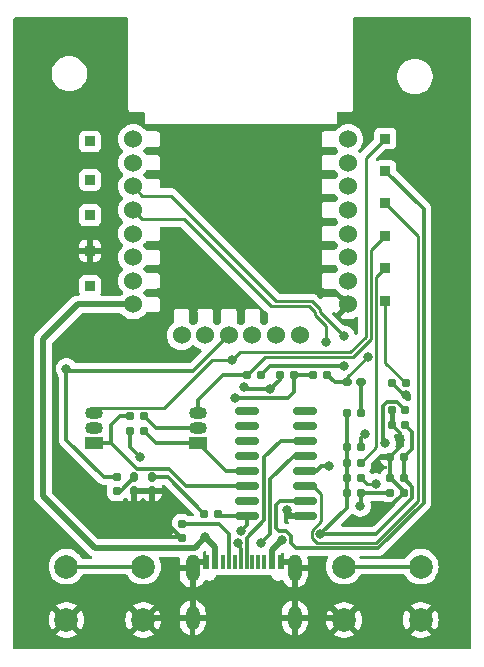
<source format=gbr>
%TF.GenerationSoftware,KiCad,Pcbnew,7.0.9*%
%TF.CreationDate,2024-01-07T11:32:01+01:00*%
%TF.ProjectId,esp32_programmer,65737033-325f-4707-926f-6772616d6d65,rev?*%
%TF.SameCoordinates,Original*%
%TF.FileFunction,Copper,L1,Top*%
%TF.FilePolarity,Positive*%
%FSLAX46Y46*%
G04 Gerber Fmt 4.6, Leading zero omitted, Abs format (unit mm)*
G04 Created by KiCad (PCBNEW 7.0.9) date 2024-01-07 11:32:01*
%MOMM*%
%LPD*%
G01*
G04 APERTURE LIST*
G04 Aperture macros list*
%AMRoundRect*
0 Rectangle with rounded corners*
0 $1 Rounding radius*
0 $2 $3 $4 $5 $6 $7 $8 $9 X,Y pos of 4 corners*
0 Add a 4 corners polygon primitive as box body*
4,1,4,$2,$3,$4,$5,$6,$7,$8,$9,$2,$3,0*
0 Add four circle primitives for the rounded corners*
1,1,$1+$1,$2,$3*
1,1,$1+$1,$4,$5*
1,1,$1+$1,$6,$7*
1,1,$1+$1,$8,$9*
0 Add four rect primitives between the rounded corners*
20,1,$1+$1,$2,$3,$4,$5,0*
20,1,$1+$1,$4,$5,$6,$7,0*
20,1,$1+$1,$6,$7,$8,$9,0*
20,1,$1+$1,$8,$9,$2,$3,0*%
G04 Aperture macros list end*
%TA.AperFunction,ComponentPad*%
%ADD10R,0.850000X0.850000*%
%TD*%
%TA.AperFunction,SMDPad,CuDef*%
%ADD11RoundRect,0.160000X0.160000X-0.222500X0.160000X0.222500X-0.160000X0.222500X-0.160000X-0.222500X0*%
%TD*%
%TA.AperFunction,SMDPad,CuDef*%
%ADD12RoundRect,0.160000X-0.222500X-0.160000X0.222500X-0.160000X0.222500X0.160000X-0.222500X0.160000X0*%
%TD*%
%TA.AperFunction,SMDPad,CuDef*%
%ADD13RoundRect,0.160000X0.197500X0.160000X-0.197500X0.160000X-0.197500X-0.160000X0.197500X-0.160000X0*%
%TD*%
%TA.AperFunction,SMDPad,CuDef*%
%ADD14RoundRect,0.160000X-0.160000X0.197500X-0.160000X-0.197500X0.160000X-0.197500X0.160000X0.197500X0*%
%TD*%
%TA.AperFunction,ComponentPad*%
%ADD15C,2.000000*%
%TD*%
%TA.AperFunction,SMDPad,CuDef*%
%ADD16RoundRect,0.160000X-0.197500X-0.160000X0.197500X-0.160000X0.197500X0.160000X-0.197500X0.160000X0*%
%TD*%
%TA.AperFunction,ComponentPad*%
%ADD17R,1.500000X1.050000*%
%TD*%
%TA.AperFunction,ComponentPad*%
%ADD18O,1.500000X1.050000*%
%TD*%
%TA.AperFunction,SMDPad,CuDef*%
%ADD19RoundRect,0.155000X-0.212500X-0.155000X0.212500X-0.155000X0.212500X0.155000X-0.212500X0.155000X0*%
%TD*%
%TA.AperFunction,ComponentPad*%
%ADD20C,1.524000*%
%TD*%
%TA.AperFunction,SMDPad,CuDef*%
%ADD21RoundRect,0.150000X0.825000X0.150000X-0.825000X0.150000X-0.825000X-0.150000X0.825000X-0.150000X0*%
%TD*%
%TA.AperFunction,SMDPad,CuDef*%
%ADD22R,0.600000X1.160000*%
%TD*%
%TA.AperFunction,SMDPad,CuDef*%
%ADD23R,0.300000X1.160000*%
%TD*%
%TA.AperFunction,ComponentPad*%
%ADD24O,1.200000X2.300000*%
%TD*%
%TA.AperFunction,ComponentPad*%
%ADD25O,1.200000X2.000000*%
%TD*%
%TA.AperFunction,ViaPad*%
%ADD26C,0.800000*%
%TD*%
%TA.AperFunction,Conductor*%
%ADD27C,0.300000*%
%TD*%
%TA.AperFunction,Conductor*%
%ADD28C,0.500000*%
%TD*%
%TA.AperFunction,Conductor*%
%ADD29C,0.250000*%
%TD*%
G04 APERTURE END LIST*
D10*
%TO.P,PIN2,1,1*%
%TO.N,/PIN2*%
X157750000Y-104500000D03*
%TD*%
D11*
%TO.P,D3,1,K*%
%TO.N,GND*%
X138000000Y-123322500D03*
%TO.P,D3,2,A*%
%TO.N,Net-(D3-A)*%
X138000000Y-122177500D03*
%TD*%
D12*
%TO.P,D1,1,K*%
%TO.N,/PIN16*%
X154528598Y-114145646D03*
%TO.P,D1,2,A*%
%TO.N,Net-(D1-A)*%
X155673598Y-114145646D03*
%TD*%
D10*
%TO.P,PIN16,1,1*%
%TO.N,/PIN16*%
X132750000Y-106000000D03*
%TD*%
D13*
%TO.P,R14,1*%
%TO.N,VBUS*%
X143597500Y-125250000D03*
%TO.P,R14,2*%
%TO.N,Net-(D3-A)*%
X142402500Y-125250000D03*
%TD*%
D10*
%TO.P,TX,1,1*%
%TO.N,/TX*%
X157750000Y-96250000D03*
%TD*%
D14*
%TO.P,R1,1*%
%TO.N,Net-(P1-CC)*%
X140500000Y-126152500D03*
%TO.P,R1,2*%
%TO.N,GND*%
X140500000Y-127347500D03*
%TD*%
D13*
%TO.P,R6,1*%
%TO.N,Net-(R5-Pad2)*%
X150033973Y-113500000D03*
%TO.P,R6,2*%
%TO.N,/nRST*%
X148838973Y-113500000D03*
%TD*%
D15*
%TO.P,SW2,1,1*%
%TO.N,Net-(R8-Pad2)*%
X154250000Y-129750000D03*
X160750000Y-129750000D03*
%TO.P,SW2,2,2*%
%TO.N,GND*%
X154250000Y-134250000D03*
X160750000Y-134250000D03*
%TD*%
D16*
%TO.P,R3,1*%
%TO.N,Net-(Q1-E)*%
X136152500Y-117000000D03*
%TO.P,R3,2*%
%TO.N,Net-(Q2-B)*%
X137347500Y-117000000D03*
%TD*%
%TO.P,R4,1*%
%TO.N,VBUS*%
X154511533Y-116732859D03*
%TO.P,R4,2*%
%TO.N,Net-(D1-A)*%
X155706533Y-116732859D03*
%TD*%
D14*
%TO.P,R9,1*%
%TO.N,/BOOT_LED*%
X135000000Y-122152500D03*
%TO.P,R9,2*%
%TO.N,Net-(D2-A)*%
X135000000Y-123347500D03*
%TD*%
D17*
%TO.P,Q2,1,E*%
%TO.N,Net-(Q2-E)*%
X141860000Y-119270000D03*
D18*
%TO.P,Q2,2,B*%
%TO.N,Net-(Q2-B)*%
X141860000Y-118000000D03*
%TO.P,Q2,3,C*%
%TO.N,/PIN0*%
X141860000Y-116730000D03*
%TD*%
D19*
%TO.P,C1,1*%
%TO.N,GND*%
X158286771Y-116500000D03*
%TO.P,C1,2*%
%TO.N,Net-(U1-V3)*%
X159421771Y-116500000D03*
%TD*%
D20*
%TO.P,U2,1,~{RST}*%
%TO.N,/nRST*%
X136400000Y-93550000D03*
%TO.P,U2,2,ADC*%
%TO.N,VBUS*%
X136400000Y-95550000D03*
%TO.P,U2,3,EN*%
%TO.N,/EN*%
X136400000Y-97550000D03*
%TO.P,U2,4,GPIO16*%
%TO.N,/PIN16*%
X136400000Y-99550000D03*
%TO.P,U2,5,GPIO14*%
%TO.N,unconnected-(U2-GPIO14-Pad5)*%
X136400000Y-101550000D03*
%TO.P,U2,6,GPIO12*%
%TO.N,unconnected-(U2-GPIO12-Pad6)*%
X136400000Y-103550000D03*
%TO.P,U2,7,GPIO13*%
%TO.N,unconnected-(U2-GPIO13-Pad7)*%
X136400000Y-105550000D03*
%TO.P,U2,8,VCC*%
%TO.N,VBUS*%
X136400000Y-107550000D03*
%TO.P,U2,9,CS0*%
%TO.N,unconnected-(U2-CS0-Pad9)*%
X140500000Y-110150000D03*
%TO.P,U2,10,MISO*%
%TO.N,unconnected-(U2-MISO-Pad10)*%
X142500000Y-110150000D03*
%TO.P,U2,11,GPIO9*%
%TO.N,/BOOT_LED*%
X144500000Y-110150000D03*
%TO.P,U2,12,GPIO10*%
%TO.N,unconnected-(U2-GPIO10-Pad12)*%
X146500000Y-110150000D03*
%TO.P,U2,13,MOSI*%
%TO.N,unconnected-(U2-MOSI-Pad13)*%
X148500000Y-110150000D03*
%TO.P,U2,14,SCLK*%
%TO.N,unconnected-(U2-SCLK-Pad14)*%
X150500000Y-110150000D03*
%TO.P,U2,15,GND*%
%TO.N,GND*%
X154600000Y-107550000D03*
%TO.P,U2,16,GPIO15*%
%TO.N,/PIN15*%
X154600000Y-105550000D03*
%TO.P,U2,17,GPIO2*%
%TO.N,/PIN2*%
X154600000Y-103550000D03*
%TO.P,U2,18,GPIO0*%
%TO.N,/PIN0*%
X154600000Y-101550000D03*
%TO.P,U2,19,GPIO4*%
%TO.N,unconnected-(U2-GPIO4-Pad19)*%
X154600000Y-99550000D03*
%TO.P,U2,20,GPIO5*%
%TO.N,unconnected-(U2-GPIO5-Pad20)*%
X154600000Y-97550000D03*
%TO.P,U2,21,GPIO3/RXD*%
%TO.N,/RX*%
X154600000Y-95550000D03*
%TO.P,U2,22,GPIO1/TXD*%
%TO.N,/TX*%
X154600000Y-93550000D03*
%TD*%
D16*
%TO.P,R8,1*%
%TO.N,/PIN0*%
X146067814Y-113500000D03*
%TO.P,R8,2*%
%TO.N,Net-(R8-Pad2)*%
X147262814Y-113500000D03*
%TD*%
D10*
%TO.P,BOOT,1,1*%
%TO.N,/BOOT_LED*%
X132750000Y-97000000D03*
%TD*%
D21*
%TO.P,U1,1,GND*%
%TO.N,GND*%
X150975000Y-125445000D03*
%TO.P,U1,2,TXD*%
%TO.N,/TX*%
X150975000Y-124175000D03*
%TO.P,U1,3,RXD*%
%TO.N,/RX*%
X150975000Y-122905000D03*
%TO.P,U1,4,V3*%
%TO.N,Net-(U1-V3)*%
X150975000Y-121635000D03*
%TO.P,U1,5,UD+*%
%TO.N,Net-(P1-D+)*%
X150975000Y-120365000D03*
%TO.P,U1,6,UD-*%
%TO.N,Net-(P1-D-)*%
X150975000Y-119095000D03*
%TO.P,U1,7,NC*%
%TO.N,unconnected-(U1-NC-Pad7)*%
X150975000Y-117825000D03*
%TO.P,U1,8,NC*%
%TO.N,unconnected-(U1-NC-Pad8)*%
X150975000Y-116555000D03*
%TO.P,U1,9,~{CTS}*%
%TO.N,unconnected-(U1-~{CTS}-Pad9)*%
X146025000Y-116555000D03*
%TO.P,U1,10,~{DSR}*%
%TO.N,unconnected-(U1-~{DSR}-Pad10)*%
X146025000Y-117825000D03*
%TO.P,U1,11,~{RI}*%
%TO.N,unconnected-(U1-~{RI}-Pad11)*%
X146025000Y-119095000D03*
%TO.P,U1,12,~{DCD}*%
%TO.N,unconnected-(U1-~{DCD}-Pad12)*%
X146025000Y-120365000D03*
%TO.P,U1,13,~{DTR}*%
%TO.N,Net-(Q2-E)*%
X146025000Y-121635000D03*
%TO.P,U1,14,~{RTS}*%
%TO.N,Net-(Q1-E)*%
X146025000Y-122905000D03*
%TO.P,U1,15,R232*%
%TO.N,unconnected-(U1-R232-Pad15)*%
X146025000Y-124175000D03*
%TO.P,U1,16,VCC*%
%TO.N,VBUS*%
X146025000Y-125445000D03*
%TD*%
D16*
%TO.P,R10,1*%
%TO.N,VBUS*%
X154488229Y-119605610D03*
%TO.P,R10,2*%
%TO.N,/PIN0*%
X155683229Y-119605610D03*
%TD*%
D22*
%TO.P,P1,A1,GND*%
%TO.N,GND*%
X142550000Y-129365000D03*
%TO.P,P1,A4,VBUS*%
%TO.N,VBUS*%
X143350000Y-129365000D03*
D23*
%TO.P,P1,A5,CC*%
%TO.N,Net-(P1-CC)*%
X144500000Y-129365000D03*
%TO.P,P1,A6,D+*%
%TO.N,Net-(P1-D+)*%
X145500000Y-129365000D03*
%TO.P,P1,A7,D-*%
%TO.N,Net-(P1-D-)*%
X146000000Y-129365000D03*
%TO.P,P1,A8*%
%TO.N,N/C*%
X147000000Y-129365000D03*
D22*
%TO.P,P1,A9,VBUS*%
%TO.N,VBUS*%
X148150000Y-129365000D03*
%TO.P,P1,A12,GND*%
%TO.N,GND*%
X148950000Y-129365000D03*
%TO.P,P1,B1,GND*%
X148950000Y-129365000D03*
%TO.P,P1,B4,VBUS*%
%TO.N,VBUS*%
X148150000Y-129365000D03*
D23*
%TO.P,P1,B5,VCONN*%
%TO.N,unconnected-(P1-VCONN-PadB5)*%
X147500000Y-129365000D03*
%TO.P,P1,B6*%
%TO.N,N/C*%
X146500000Y-129365000D03*
%TO.P,P1,B7*%
X145000000Y-129365000D03*
%TO.P,P1,B8*%
X144000000Y-129365000D03*
D22*
%TO.P,P1,B9,VBUS*%
%TO.N,VBUS*%
X143350000Y-129365000D03*
%TO.P,P1,B12,GND*%
%TO.N,GND*%
X142550000Y-129365000D03*
D24*
%TO.P,P1,S1,SHIELD*%
X141425000Y-129885000D03*
D25*
X141425000Y-134085000D03*
D24*
X150075000Y-129885000D03*
D25*
X150075000Y-134085000D03*
%TD*%
D11*
%TO.P,D2,1,K*%
%TO.N,GND*%
X136500000Y-123322500D03*
%TO.P,D2,2,A*%
%TO.N,Net-(D2-A)*%
X136500000Y-122177500D03*
%TD*%
D10*
%TO.P,EN,1,1*%
%TO.N,/EN*%
X132750000Y-100000000D03*
%TD*%
D13*
%TO.P,R5,1*%
%TO.N,/PIN16*%
X152847500Y-113500000D03*
%TO.P,R5,2*%
%TO.N,Net-(R5-Pad2)*%
X151652500Y-113500000D03*
%TD*%
D19*
%TO.P,C2,1*%
%TO.N,GND*%
X158286771Y-117750000D03*
%TO.P,C2,2*%
%TO.N,VBUS*%
X159421771Y-117750000D03*
%TD*%
D10*
%TO.P,RX,1,1*%
%TO.N,/RX*%
X157750000Y-99000000D03*
%TD*%
%TO.P,~RST,1,1*%
%TO.N,/nRST*%
X157750000Y-93500000D03*
%TD*%
%TO.P,PIN15,1,1*%
%TO.N,/PIN15*%
X157750000Y-107250000D03*
%TD*%
D17*
%TO.P,Q1,1,E*%
%TO.N,Net-(Q1-E)*%
X133110000Y-119270000D03*
D18*
%TO.P,Q1,2,B*%
%TO.N,Net-(Q1-B)*%
X133110000Y-118000000D03*
%TO.P,Q1,3,C*%
%TO.N,/nRST*%
X133110000Y-116730000D03*
%TD*%
D10*
%TO.P,PIN0,1,1*%
%TO.N,/PIN0*%
X157750000Y-101750000D03*
%TD*%
D16*
%TO.P,R12,1*%
%TO.N,VBUS*%
X154484496Y-122236341D03*
%TO.P,R12,2*%
%TO.N,/EN*%
X155679496Y-122236341D03*
%TD*%
D15*
%TO.P,SW1,1,1*%
%TO.N,GND*%
X137250000Y-134250000D03*
X130750000Y-134250000D03*
%TO.P,SW1,2,2*%
%TO.N,Net-(R5-Pad2)*%
X137250000Y-129750000D03*
X130750000Y-129750000D03*
%TD*%
D19*
%TO.P,C4,1*%
%TO.N,GND*%
X158182500Y-122250000D03*
%TO.P,C4,2*%
%TO.N,VBUS*%
X159317500Y-122250000D03*
%TD*%
D13*
%TO.P,R7,1*%
%TO.N,/PIN15*%
X159500000Y-114236187D03*
%TO.P,R7,2*%
%TO.N,GND*%
X158305000Y-114236187D03*
%TD*%
D16*
%TO.P,R11,1*%
%TO.N,VBUS*%
X154500000Y-120965346D03*
%TO.P,R11,2*%
%TO.N,/PIN2*%
X155695000Y-120965346D03*
%TD*%
D13*
%TO.P,R2,1*%
%TO.N,Net-(Q2-E)*%
X137347500Y-118250000D03*
%TO.P,R2,2*%
%TO.N,Net-(Q1-B)*%
X136152500Y-118250000D03*
%TD*%
D10*
%TO.P,GND,1,1*%
%TO.N,GND*%
X132750000Y-103000000D03*
%TD*%
D16*
%TO.P,R13,1*%
%TO.N,VBUS*%
X154478195Y-123500000D03*
%TO.P,R13,2*%
%TO.N,/nRST*%
X155673195Y-123500000D03*
%TD*%
D19*
%TO.P,C5,1*%
%TO.N,/nRST*%
X158182500Y-123500000D03*
%TO.P,C5,2*%
%TO.N,GND*%
X159317500Y-123500000D03*
%TD*%
D10*
%TO.P,+5V,1,1*%
%TO.N,VBUS*%
X132750000Y-93750000D03*
%TD*%
D19*
%TO.P,C3,1*%
%TO.N,GND*%
X158182500Y-120440000D03*
%TO.P,C3,2*%
%TO.N,VBUS*%
X159317500Y-120440000D03*
%TD*%
D26*
%TO.N,GND*%
X159500000Y-115250000D03*
X139000000Y-125750000D03*
X159000000Y-119000000D03*
X156000000Y-126000000D03*
X149420372Y-124924500D03*
%TO.N,Net-(U1-V3)*%
X157750000Y-119250000D03*
X153000000Y-121250000D03*
%TO.N,VBUS*%
X152250000Y-127000000D03*
X145500000Y-126750000D03*
X142500000Y-127250000D03*
X149000000Y-127500000D03*
%TO.N,/nRST*%
X148000000Y-114750000D03*
X155619243Y-124626664D03*
X145750000Y-114500000D03*
X144750000Y-112250000D03*
%TO.N,/PIN16*%
X156250000Y-112000500D03*
X152750000Y-110750000D03*
%TO.N,/PIN0*%
X156000000Y-118500000D03*
%TO.N,/EN*%
X154250000Y-110250000D03*
X157000000Y-122750000D03*
%TO.N,/BOOT_LED*%
X130750000Y-113000000D03*
%TO.N,Net-(P1-D+)*%
X145250000Y-127750000D03*
X147250000Y-127750000D03*
%TO.N,Net-(Q1-B)*%
X137000000Y-120500000D03*
%TO.N,Net-(R5-Pad2)*%
X145000000Y-115500000D03*
%TO.N,Net-(R8-Pad2)*%
X154250000Y-112750000D03*
%TD*%
D27*
%TO.N,GND*%
X158305000Y-114236187D02*
X159318813Y-115250000D01*
X158182500Y-120440000D02*
X158182500Y-122250000D01*
X158286771Y-114254416D02*
X158305000Y-114236187D01*
D28*
X150075000Y-134085000D02*
X154085000Y-134085000D01*
D27*
X138902500Y-125750000D02*
X139000000Y-125750000D01*
X159317500Y-123385000D02*
X158182500Y-122250000D01*
D28*
X150075000Y-134085000D02*
X141425000Y-134085000D01*
X149555000Y-129365000D02*
X150075000Y-129885000D01*
D27*
X136500000Y-123322500D02*
X138000000Y-123322500D01*
D28*
X141945000Y-129365000D02*
X141425000Y-129885000D01*
D27*
X156000000Y-126000000D02*
X156250000Y-126000000D01*
X158286771Y-116500000D02*
X158286771Y-117750000D01*
D28*
X141425000Y-134085000D02*
X137415000Y-134085000D01*
D27*
X156817500Y-126000000D02*
X156000000Y-126000000D01*
D28*
X150075000Y-129885000D02*
X150075000Y-134085000D01*
D27*
X159000000Y-119000000D02*
X159000000Y-119622500D01*
D28*
X142550000Y-129365000D02*
X141945000Y-129365000D01*
D27*
X150975000Y-125445000D02*
X149940872Y-125445000D01*
X139000000Y-125750000D02*
X139000000Y-125847500D01*
X158286771Y-117750000D02*
X159000000Y-118463229D01*
X158182500Y-122250000D02*
X158182500Y-122365000D01*
X159000000Y-118463229D02*
X159000000Y-119000000D01*
X158182500Y-117854271D02*
X158286771Y-117750000D01*
X159317500Y-123500000D02*
X159317500Y-123385000D01*
D28*
X141425000Y-129885000D02*
X141425000Y-134085000D01*
X148950000Y-129365000D02*
X149555000Y-129365000D01*
D27*
X138000000Y-124847500D02*
X138902500Y-125750000D01*
D28*
X154085000Y-134085000D02*
X154250000Y-134250000D01*
D27*
X138000000Y-123322500D02*
X138000000Y-124847500D01*
X159318813Y-115250000D02*
X159500000Y-115250000D01*
X149940872Y-125445000D02*
X149420372Y-124924500D01*
X159000000Y-119622500D02*
X158182500Y-120440000D01*
X159317500Y-123500000D02*
X156817500Y-126000000D01*
X139000000Y-125847500D02*
X140500000Y-127347500D01*
D28*
X137415000Y-134085000D02*
X137250000Y-134250000D01*
D27*
%TO.N,Net-(U1-V3)*%
X157569271Y-116131526D02*
X157569271Y-119069271D01*
X157569271Y-119069271D02*
X157750000Y-119250000D01*
X159421771Y-116500000D02*
X158761771Y-115840000D01*
X150975000Y-121635000D02*
X151949999Y-121635000D01*
X152334999Y-121250000D02*
X153000000Y-121250000D01*
X151949999Y-121635000D02*
X152334999Y-121250000D01*
X157860797Y-115840000D02*
X157569271Y-116131526D01*
X158761771Y-115840000D02*
X157860797Y-115840000D01*
D28*
%TO.N,VBUS*%
X141595000Y-128155000D02*
X133155000Y-128155000D01*
D27*
X160000000Y-119757500D02*
X160000000Y-118328229D01*
D28*
X143350000Y-128100000D02*
X142500000Y-127250000D01*
X128750000Y-123750000D02*
X128750000Y-110500000D01*
D27*
X160035000Y-123965000D02*
X157000000Y-127000000D01*
X154478195Y-123500000D02*
X154478195Y-124771805D01*
X146025000Y-125445000D02*
X146025000Y-126225000D01*
X146025000Y-126225000D02*
X145500000Y-126750000D01*
X154488229Y-119605610D02*
X154488229Y-116756163D01*
D28*
X128750000Y-110500000D02*
X131700000Y-107550000D01*
X148150000Y-128350000D02*
X149000000Y-127500000D01*
D27*
X154500000Y-119617381D02*
X154488229Y-119605610D01*
X154478195Y-122242642D02*
X154484496Y-122236341D01*
X159317500Y-120440000D02*
X159317500Y-122250000D01*
X159317500Y-122250000D02*
X160035000Y-122967500D01*
D28*
X143350000Y-129365000D02*
X143350000Y-128100000D01*
D27*
X159317500Y-120440000D02*
X160000000Y-119757500D01*
D28*
X133155000Y-128155000D02*
X128750000Y-123750000D01*
D27*
X154484496Y-122236341D02*
X154484496Y-120980850D01*
D28*
X142500000Y-127250000D02*
X141595000Y-128155000D01*
D27*
X154500000Y-120965346D02*
X154500000Y-119617381D01*
D28*
X148150000Y-129365000D02*
X148150000Y-128350000D01*
D27*
X160035000Y-122967500D02*
X160035000Y-123965000D01*
X157000000Y-127000000D02*
X152250000Y-127000000D01*
X160000000Y-118328229D02*
X159421771Y-117750000D01*
X146025000Y-125445000D02*
X143792500Y-125445000D01*
X154478195Y-123500000D02*
X154478195Y-122242642D01*
D28*
X131700000Y-107550000D02*
X136400000Y-107550000D01*
D27*
X154484496Y-120980850D02*
X154500000Y-120965346D01*
X154478195Y-124771805D02*
X152250000Y-127000000D01*
X143792500Y-125445000D02*
X143597500Y-125250000D01*
X154488229Y-116756163D02*
X154511533Y-116732859D01*
%TO.N,/nRST*%
X148000000Y-114750000D02*
X146000000Y-114750000D01*
X155623336Y-124626664D02*
X155619243Y-124626664D01*
D29*
X156100000Y-95150000D02*
X156100000Y-110263604D01*
D27*
X146000000Y-114750000D02*
X145750000Y-114500000D01*
X155673195Y-123500000D02*
X158182500Y-123500000D01*
D29*
X143071752Y-112250000D02*
X138966752Y-116355000D01*
X144750000Y-112250000D02*
X143071752Y-112250000D01*
D27*
X148838973Y-113911027D02*
X148000000Y-114750000D01*
D29*
X145425000Y-111575000D02*
X144750000Y-112250000D01*
D27*
X155619243Y-124630757D02*
X155500000Y-124750000D01*
X148838973Y-113500000D02*
X148838973Y-113911027D01*
X155619243Y-124626664D02*
X155619243Y-124630757D01*
D29*
X138966752Y-116355000D02*
X133485000Y-116355000D01*
X133485000Y-116355000D02*
X133110000Y-116730000D01*
D27*
X155673195Y-124576805D02*
X155623336Y-124626664D01*
D29*
X154788604Y-111575000D02*
X145425000Y-111575000D01*
D27*
X155673195Y-123500000D02*
X155673195Y-124576805D01*
D29*
X157750000Y-93500000D02*
X156100000Y-95150000D01*
X156100000Y-110263604D02*
X154788604Y-111575000D01*
%TO.N,/PIN16*%
X152750000Y-110750000D02*
X152750000Y-109386396D01*
X151775000Y-108161396D02*
X151313604Y-107700000D01*
X148075000Y-107700000D02*
X140700000Y-100325000D01*
X151775000Y-108411396D02*
X151775000Y-108161396D01*
X140700000Y-100325000D02*
X137175000Y-100325000D01*
X137175000Y-100325000D02*
X136400000Y-99550000D01*
X156250000Y-112000500D02*
X154528598Y-113721902D01*
D27*
X154528598Y-114145646D02*
X153493146Y-114145646D01*
D29*
X152750000Y-109386396D02*
X151775000Y-108411396D01*
X151313604Y-107700000D02*
X148075000Y-107700000D01*
D27*
X153493146Y-114145646D02*
X152847500Y-113500000D01*
D29*
X154528598Y-113721902D02*
X154528598Y-114145646D01*
D27*
%TO.N,Net-(D1-A)*%
X155673598Y-114145646D02*
X155673598Y-116699924D01*
X155673598Y-116699924D02*
X155706533Y-116732859D01*
%TO.N,Net-(D2-A)*%
X135000000Y-123347500D02*
X135330000Y-123347500D01*
X135330000Y-123347500D02*
X136500000Y-122177500D01*
D29*
%TO.N,/RX*%
X157750000Y-99000000D02*
X160510000Y-101760000D01*
X151525000Y-126699695D02*
X152303248Y-125921447D01*
X156946752Y-127725000D02*
X151949695Y-127725000D01*
X151525000Y-127300305D02*
X151525000Y-126699695D01*
X160510000Y-124161752D02*
X156946752Y-127725000D01*
X152303248Y-125921447D02*
X152303248Y-123563248D01*
X152303248Y-123563248D02*
X151645000Y-122905000D01*
X151949695Y-127725000D02*
X151525000Y-127300305D01*
X160510000Y-101760000D02*
X160510000Y-124161752D01*
X151645000Y-122905000D02*
X150975000Y-122905000D01*
D27*
%TO.N,/TX*%
X148500000Y-124499999D02*
X148500000Y-126500000D01*
X150200000Y-128200000D02*
X157143504Y-128200000D01*
X149750000Y-127750000D02*
X150200000Y-128200000D01*
X150975000Y-124175000D02*
X148825000Y-124175000D01*
X149310661Y-126750000D02*
X149750000Y-127189339D01*
X160985000Y-124358504D02*
X160985000Y-99485000D01*
X157143504Y-128200000D02*
X160985000Y-124358504D01*
X148825000Y-124175000D02*
X148500000Y-124499999D01*
X148750000Y-126750000D02*
X149310661Y-126750000D01*
X149750000Y-127189339D02*
X149750000Y-127750000D01*
X148500000Y-126500000D02*
X148750000Y-126750000D01*
X160985000Y-99485000D02*
X157750000Y-96250000D01*
%TO.N,/PIN0*%
X155683229Y-119605610D02*
X155683229Y-118816771D01*
X144000000Y-113500000D02*
X141860000Y-115640000D01*
D29*
X156550000Y-110450000D02*
X154975000Y-112025000D01*
X157750000Y-101750000D02*
X156550000Y-102950000D01*
D27*
X146067814Y-113500000D02*
X144000000Y-113500000D01*
X141860000Y-115640000D02*
X141860000Y-116730000D01*
D29*
X156550000Y-102950000D02*
X156550000Y-110450000D01*
D27*
X155683229Y-118816771D02*
X156000000Y-118500000D01*
D29*
X147542814Y-112025000D02*
X146067814Y-113500000D01*
X154975000Y-112025000D02*
X147542814Y-112025000D01*
%TO.N,/EN*%
X137175000Y-98325000D02*
X139575000Y-98325000D01*
X148500000Y-107250000D02*
X151500000Y-107250000D01*
X152225000Y-107975000D02*
X152225000Y-108225000D01*
X157000000Y-122750000D02*
X156193155Y-122750000D01*
X139575000Y-98325000D02*
X148500000Y-107250000D01*
X156193155Y-122750000D02*
X155679496Y-122236341D01*
X152225000Y-108225000D02*
X154250000Y-110250000D01*
X151500000Y-107250000D02*
X152225000Y-107975000D01*
X154250000Y-110333274D02*
X154250000Y-110333274D01*
X136400000Y-97550000D02*
X137175000Y-98325000D01*
X154250000Y-110250000D02*
X154250000Y-110333274D01*
D27*
%TO.N,/BOOT_LED*%
X130750000Y-119000000D02*
X133902500Y-122152500D01*
X141504795Y-113145205D02*
X144500000Y-110150000D01*
X130750000Y-113000000D02*
X130895205Y-113145205D01*
X130895205Y-113145205D02*
X141504795Y-113145205D01*
X133902500Y-122152500D02*
X135000000Y-122152500D01*
X130750000Y-113000000D02*
X130750000Y-119000000D01*
D29*
%TO.N,/PIN15*%
X157750000Y-107250000D02*
X157750000Y-112486187D01*
X157750000Y-112486187D02*
X159500000Y-114236187D01*
%TO.N,/PIN2*%
X157750000Y-104500000D02*
X157000000Y-105250000D01*
X157000000Y-119660346D02*
X155695000Y-120965346D01*
X157000000Y-105250000D02*
X157000000Y-119660346D01*
D27*
%TO.N,Net-(P1-CC)*%
X144500000Y-129365000D02*
X144500000Y-127000000D01*
X143652500Y-126152500D02*
X140500000Y-126152500D01*
X144500000Y-127000000D02*
X143652500Y-126152500D01*
%TO.N,Net-(P1-D+)*%
X145250000Y-127750000D02*
X145250000Y-128000000D01*
X148000000Y-122365001D02*
X148000000Y-127000000D01*
X150975000Y-120365000D02*
X150000001Y-120365000D01*
X150000001Y-120365000D02*
X148000000Y-122365001D01*
X148000000Y-127000000D02*
X147250000Y-127750000D01*
X145500000Y-129365000D02*
X145500000Y-128250000D01*
X145500000Y-128250000D02*
X145250000Y-127750000D01*
%TO.N,Net-(P1-D-)*%
X148905000Y-119095000D02*
X150975000Y-119095000D01*
X146000000Y-129365000D02*
X146000000Y-127310661D01*
X146000000Y-127310661D02*
X147500000Y-125810661D01*
X147500000Y-120500000D02*
X148905000Y-119095000D01*
X147500000Y-125810661D02*
X147500000Y-120500000D01*
%TO.N,Net-(Q1-E)*%
X139445000Y-121445000D02*
X140905000Y-122905000D01*
X134520000Y-117730000D02*
X134520000Y-119270000D01*
X133110000Y-119270000D02*
X134520000Y-119270000D01*
X135250000Y-117000000D02*
X134520000Y-117730000D01*
X140905000Y-122905000D02*
X146025000Y-122905000D01*
X136152500Y-117000000D02*
X135250000Y-117000000D01*
X136695000Y-121445000D02*
X139445000Y-121445000D01*
X134520000Y-119270000D02*
X136695000Y-121445000D01*
%TO.N,Net-(Q1-B)*%
X136152500Y-119652500D02*
X137000000Y-120500000D01*
X136152500Y-118250000D02*
X136152500Y-119652500D01*
%TO.N,Net-(Q2-E)*%
X137347500Y-118250000D02*
X138367500Y-119270000D01*
X146025000Y-121635000D02*
X144225000Y-121635000D01*
X138367500Y-119270000D02*
X141860000Y-119270000D01*
X144225000Y-121635000D02*
X141860000Y-119270000D01*
%TO.N,Net-(Q2-B)*%
X141860000Y-118000000D02*
X138347500Y-118000000D01*
X138347500Y-118000000D02*
X137347500Y-117000000D01*
%TO.N,Net-(R5-Pad2)*%
X151652500Y-113500000D02*
X150033973Y-113500000D01*
X150033973Y-113500000D02*
X150033973Y-114966027D01*
X149500000Y-115500000D02*
X145000000Y-115500000D01*
X130750000Y-129750000D02*
X137250000Y-129750000D01*
X150033973Y-114966027D02*
X149500000Y-115500000D01*
%TO.N,Net-(R8-Pad2)*%
X148012814Y-112750000D02*
X147262814Y-113500000D01*
X154250000Y-112750000D02*
X148012814Y-112750000D01*
X154250000Y-129750000D02*
X160750000Y-129750000D01*
%TO.N,Net-(D3-A)*%
X139330000Y-122177500D02*
X142402500Y-125250000D01*
X138000000Y-122177500D02*
X139330000Y-122177500D01*
%TD*%
%TA.AperFunction,Conductor*%
%TO.N,GND*%
G36*
X142518834Y-128395047D02*
G01*
X142574767Y-128436919D01*
X142599184Y-128502383D01*
X142599500Y-128511229D01*
X142599500Y-128538271D01*
X142591682Y-128581604D01*
X142555908Y-128677517D01*
X142549501Y-128737116D01*
X142549500Y-128737135D01*
X142549500Y-129491000D01*
X142529815Y-129558039D01*
X142477011Y-129603794D01*
X142425500Y-129615000D01*
X141834000Y-129615000D01*
X141766961Y-129595315D01*
X141725000Y-129546889D01*
X141725000Y-129307198D01*
X141711375Y-129234314D01*
X141729685Y-129171961D01*
X141782489Y-129126206D01*
X141834000Y-129115000D01*
X142300000Y-129115000D01*
X142300000Y-128562729D01*
X142319685Y-128495690D01*
X142336319Y-128475048D01*
X142387819Y-128423548D01*
X142449142Y-128390063D01*
X142518834Y-128395047D01*
G37*
%TD.AperFunction*%
%TA.AperFunction,Conductor*%
G36*
X149119334Y-128544546D02*
G01*
X149175267Y-128586418D01*
X149199684Y-128651882D01*
X149200000Y-128660728D01*
X149200000Y-129491000D01*
X149180315Y-129558039D01*
X149127511Y-129603794D01*
X149076000Y-129615000D01*
X149074499Y-129615000D01*
X149007460Y-129595315D01*
X148961705Y-129542511D01*
X148950499Y-129491000D01*
X148950499Y-128737129D01*
X148950499Y-128737128D01*
X148944584Y-128682106D01*
X148956990Y-128613349D01*
X148980190Y-128581175D01*
X148988320Y-128573046D01*
X149049642Y-128539562D01*
X149119334Y-128544546D01*
G37*
%TD.AperFunction*%
%TA.AperFunction,Conductor*%
G36*
X140456587Y-100970185D02*
G01*
X140477228Y-100986818D01*
X144040409Y-104550000D01*
X147574197Y-108083788D01*
X147584022Y-108096051D01*
X147584243Y-108095869D01*
X147589214Y-108101878D01*
X147615217Y-108126295D01*
X147639635Y-108149226D01*
X147660529Y-108170120D01*
X147666011Y-108174373D01*
X147670443Y-108178157D01*
X147704418Y-108210062D01*
X147721976Y-108219714D01*
X147738233Y-108230393D01*
X147754064Y-108242673D01*
X147774746Y-108251623D01*
X147828454Y-108296312D01*
X147849475Y-108362944D01*
X147849500Y-108365424D01*
X147849500Y-108913114D01*
X147847117Y-108937306D01*
X147844592Y-108949999D01*
X147844592Y-108950000D01*
X147848688Y-108970591D01*
X147848690Y-108970607D01*
X147849358Y-108973968D01*
X147843119Y-109043558D01*
X147800247Y-109098729D01*
X147798860Y-109099714D01*
X147685381Y-109179172D01*
X147587680Y-109276873D01*
X147526356Y-109310357D01*
X147456665Y-109305373D01*
X147412318Y-109276872D01*
X147314621Y-109179175D01*
X147314615Y-109179170D01*
X147201139Y-109099714D01*
X147157514Y-109045137D01*
X147152106Y-108992891D01*
X147149306Y-108992891D01*
X147149306Y-108992885D01*
X147150671Y-108979030D01*
X147150320Y-108975639D01*
X147150645Y-108973945D01*
X147151689Y-108968697D01*
X147151690Y-108968689D01*
X147155408Y-108950000D01*
X147155408Y-108949999D01*
X147152883Y-108937306D01*
X147150500Y-108913114D01*
X147150500Y-108186885D01*
X147152883Y-108162691D01*
X147155408Y-108149998D01*
X147155408Y-108149997D01*
X147135966Y-108052261D01*
X147135966Y-108052260D01*
X147080601Y-107969399D01*
X147014640Y-107925326D01*
X146997739Y-107914033D01*
X146997736Y-107914032D01*
X146924675Y-107899500D01*
X146900001Y-107894592D01*
X146899999Y-107894592D01*
X146887306Y-107897117D01*
X146863114Y-107899500D01*
X146136886Y-107899500D01*
X146112694Y-107897117D01*
X146100001Y-107894592D01*
X146099999Y-107894592D01*
X146075325Y-107899500D01*
X146002263Y-107914032D01*
X146002260Y-107914033D01*
X145919399Y-107969399D01*
X145864033Y-108052261D01*
X145844592Y-108149997D01*
X145844592Y-108149998D01*
X145847117Y-108162691D01*
X145849500Y-108186885D01*
X145849500Y-108913114D01*
X145847117Y-108937306D01*
X145844592Y-108949999D01*
X145844592Y-108950000D01*
X145848688Y-108970591D01*
X145848690Y-108970607D01*
X145849358Y-108973968D01*
X145843119Y-109043558D01*
X145800247Y-109098729D01*
X145798860Y-109099714D01*
X145685381Y-109179172D01*
X145587680Y-109276873D01*
X145526356Y-109310357D01*
X145456665Y-109305373D01*
X145412318Y-109276872D01*
X145314621Y-109179175D01*
X145314615Y-109179170D01*
X145201139Y-109099714D01*
X145157514Y-109045137D01*
X145152106Y-108992891D01*
X145149306Y-108992891D01*
X145149306Y-108992885D01*
X145150671Y-108979030D01*
X145150320Y-108975639D01*
X145150645Y-108973945D01*
X145151689Y-108968697D01*
X145151690Y-108968689D01*
X145155408Y-108950000D01*
X145155408Y-108949999D01*
X145152883Y-108937306D01*
X145150500Y-108913114D01*
X145150500Y-108186885D01*
X145152883Y-108162691D01*
X145155408Y-108149998D01*
X145155408Y-108149997D01*
X145135966Y-108052261D01*
X145135966Y-108052260D01*
X145080601Y-107969399D01*
X145014640Y-107925326D01*
X144997739Y-107914033D01*
X144997736Y-107914032D01*
X144924675Y-107899500D01*
X144900001Y-107894592D01*
X144899999Y-107894592D01*
X144887306Y-107897117D01*
X144863114Y-107899500D01*
X144136886Y-107899500D01*
X144112694Y-107897117D01*
X144100001Y-107894592D01*
X144099999Y-107894592D01*
X144075325Y-107899500D01*
X144002263Y-107914032D01*
X144002260Y-107914033D01*
X143919399Y-107969399D01*
X143864033Y-108052261D01*
X143844592Y-108149997D01*
X143844592Y-108149998D01*
X143847117Y-108162691D01*
X143849500Y-108186885D01*
X143849500Y-108913114D01*
X143847117Y-108937306D01*
X143844592Y-108949999D01*
X143844592Y-108950000D01*
X143848688Y-108970591D01*
X143848690Y-108970607D01*
X143849358Y-108973968D01*
X143843119Y-109043558D01*
X143800247Y-109098729D01*
X143798860Y-109099714D01*
X143685381Y-109179172D01*
X143587680Y-109276873D01*
X143526356Y-109310357D01*
X143456665Y-109305373D01*
X143412318Y-109276872D01*
X143314621Y-109179175D01*
X143314615Y-109179170D01*
X143201139Y-109099714D01*
X143157514Y-109045137D01*
X143152106Y-108992891D01*
X143149306Y-108992891D01*
X143149306Y-108992885D01*
X143150671Y-108979030D01*
X143150320Y-108975639D01*
X143150645Y-108973945D01*
X143151689Y-108968697D01*
X143151690Y-108968689D01*
X143155408Y-108950000D01*
X143155408Y-108949999D01*
X143152883Y-108937306D01*
X143150500Y-108913114D01*
X143150500Y-108186885D01*
X143152883Y-108162691D01*
X143155408Y-108149998D01*
X143155408Y-108149997D01*
X143135966Y-108052261D01*
X143135966Y-108052260D01*
X143080601Y-107969399D01*
X143014640Y-107925326D01*
X142997739Y-107914033D01*
X142997736Y-107914032D01*
X142924675Y-107899500D01*
X142900001Y-107894592D01*
X142899999Y-107894592D01*
X142887306Y-107897117D01*
X142863114Y-107899500D01*
X142136886Y-107899500D01*
X142112694Y-107897117D01*
X142100001Y-107894592D01*
X142099999Y-107894592D01*
X142075325Y-107899500D01*
X142002263Y-107914032D01*
X142002260Y-107914033D01*
X141919399Y-107969399D01*
X141864033Y-108052261D01*
X141844592Y-108149997D01*
X141844592Y-108149998D01*
X141847117Y-108162691D01*
X141849500Y-108186885D01*
X141849500Y-108913114D01*
X141847117Y-108937306D01*
X141844592Y-108949999D01*
X141844592Y-108950000D01*
X141848688Y-108970591D01*
X141848690Y-108970607D01*
X141849358Y-108973968D01*
X141843119Y-109043558D01*
X141800247Y-109098729D01*
X141798860Y-109099714D01*
X141685381Y-109179172D01*
X141587680Y-109276873D01*
X141526356Y-109310357D01*
X141456665Y-109305373D01*
X141412318Y-109276872D01*
X141314621Y-109179175D01*
X141314615Y-109179170D01*
X141201139Y-109099714D01*
X141157514Y-109045137D01*
X141152106Y-108992891D01*
X141149306Y-108992891D01*
X141149306Y-108992885D01*
X141150671Y-108979030D01*
X141150320Y-108975639D01*
X141150645Y-108973945D01*
X141151689Y-108968697D01*
X141151690Y-108968689D01*
X141155408Y-108950000D01*
X141155408Y-108949999D01*
X141152883Y-108937306D01*
X141150500Y-108913114D01*
X141150500Y-108186885D01*
X141152883Y-108162691D01*
X141155408Y-108149998D01*
X141155408Y-108149997D01*
X141135966Y-108052261D01*
X141135966Y-108052260D01*
X141080601Y-107969399D01*
X141014640Y-107925326D01*
X140997739Y-107914033D01*
X140997736Y-107914032D01*
X140924675Y-107899500D01*
X140900001Y-107894592D01*
X140899999Y-107894592D01*
X140887306Y-107897117D01*
X140863114Y-107899500D01*
X140136886Y-107899500D01*
X140112694Y-107897117D01*
X140100001Y-107894592D01*
X140099999Y-107894592D01*
X140075325Y-107899500D01*
X140002263Y-107914032D01*
X140002260Y-107914033D01*
X139919399Y-107969399D01*
X139864033Y-108052261D01*
X139844592Y-108149997D01*
X139844592Y-108149998D01*
X139847117Y-108162691D01*
X139849500Y-108186885D01*
X139849500Y-108913114D01*
X139847117Y-108937306D01*
X139844592Y-108949999D01*
X139844592Y-108950000D01*
X139848688Y-108970591D01*
X139848690Y-108970607D01*
X139849358Y-108973968D01*
X139843119Y-109043558D01*
X139800247Y-109098729D01*
X139798860Y-109099714D01*
X139685378Y-109179174D01*
X139529175Y-109335377D01*
X139402466Y-109516338D01*
X139402465Y-109516340D01*
X139309107Y-109716548D01*
X139309104Y-109716554D01*
X139251930Y-109929929D01*
X139251929Y-109929937D01*
X139232677Y-110149997D01*
X139232677Y-110150002D01*
X139251929Y-110370062D01*
X139251930Y-110370070D01*
X139309104Y-110583445D01*
X139309105Y-110583447D01*
X139309106Y-110583450D01*
X139386769Y-110750000D01*
X139402466Y-110783662D01*
X139402468Y-110783666D01*
X139529170Y-110964615D01*
X139529175Y-110964621D01*
X139685378Y-111120824D01*
X139685384Y-111120829D01*
X139866333Y-111247531D01*
X139866335Y-111247532D01*
X139866338Y-111247534D01*
X140066550Y-111340894D01*
X140279932Y-111398070D01*
X140437123Y-111411822D01*
X140499998Y-111417323D01*
X140500000Y-111417323D01*
X140500002Y-111417323D01*
X140555017Y-111412509D01*
X140720068Y-111398070D01*
X140933450Y-111340894D01*
X141133662Y-111247534D01*
X141314620Y-111120826D01*
X141412319Y-111023127D01*
X141473642Y-110989642D01*
X141543334Y-110994626D01*
X141587681Y-111023127D01*
X141685378Y-111120824D01*
X141685384Y-111120829D01*
X141866333Y-111247531D01*
X141866335Y-111247532D01*
X141866338Y-111247534D01*
X142066550Y-111340894D01*
X142066555Y-111340895D01*
X142066559Y-111340897D01*
X142098247Y-111349387D01*
X142113526Y-111353481D01*
X142173187Y-111389845D01*
X142203717Y-111452691D01*
X142195423Y-111522067D01*
X142169115Y-111560937D01*
X141271668Y-112458386D01*
X141210345Y-112491871D01*
X141183987Y-112494705D01*
X131561981Y-112494705D01*
X131494942Y-112475020D01*
X131469831Y-112453677D01*
X131355870Y-112327111D01*
X131202734Y-112215851D01*
X131202729Y-112215848D01*
X131029807Y-112138857D01*
X131029802Y-112138855D01*
X130884001Y-112107865D01*
X130844646Y-112099500D01*
X130655354Y-112099500D01*
X130622897Y-112106398D01*
X130470197Y-112138855D01*
X130470192Y-112138857D01*
X130297270Y-112215848D01*
X130297265Y-112215851D01*
X130144129Y-112327111D01*
X130017466Y-112467785D01*
X129922821Y-112631715D01*
X129922818Y-112631722D01*
X129873920Y-112782216D01*
X129864326Y-112811744D01*
X129844540Y-113000000D01*
X129864326Y-113188256D01*
X129864327Y-113188259D01*
X129922818Y-113368277D01*
X129922821Y-113368284D01*
X130017466Y-113532215D01*
X130067649Y-113587948D01*
X130097880Y-113650940D01*
X130099500Y-113670921D01*
X130099500Y-118914494D01*
X130097732Y-118930505D01*
X130097974Y-118930528D01*
X130097240Y-118938294D01*
X130097240Y-118938296D01*
X130097835Y-118957231D01*
X130099500Y-119010203D01*
X130099500Y-119040920D01*
X130099501Y-119040940D01*
X130100418Y-119048206D01*
X130100876Y-119054024D01*
X130102402Y-119102567D01*
X130102403Y-119102570D01*
X130108323Y-119122948D01*
X130112268Y-119141996D01*
X130114928Y-119163054D01*
X130114931Y-119163064D01*
X130132813Y-119208230D01*
X130134705Y-119213758D01*
X130148254Y-119260395D01*
X130148255Y-119260397D01*
X130159060Y-119278666D01*
X130167617Y-119296134D01*
X130173226Y-119310300D01*
X130175432Y-119315872D01*
X130203983Y-119355170D01*
X130207191Y-119360053D01*
X130231618Y-119401357D01*
X130231919Y-119401865D01*
X130231923Y-119401869D01*
X130246925Y-119416871D01*
X130259563Y-119431669D01*
X130272033Y-119448833D01*
X130272036Y-119448836D01*
X130272037Y-119448837D01*
X130309476Y-119479809D01*
X130313776Y-119483722D01*
X131857113Y-121027059D01*
X133382064Y-122552010D01*
X133392135Y-122564580D01*
X133392322Y-122564426D01*
X133397296Y-122570437D01*
X133397298Y-122570440D01*
X133425845Y-122597248D01*
X133449743Y-122619690D01*
X133471467Y-122641413D01*
X133477257Y-122645905D01*
X133481697Y-122649697D01*
X133484609Y-122652431D01*
X133517107Y-122682948D01*
X133529025Y-122689500D01*
X133535705Y-122693172D01*
X133551970Y-122703857D01*
X133568732Y-122716860D01*
X133568735Y-122716861D01*
X133568736Y-122716862D01*
X133613323Y-122736156D01*
X133618559Y-122738721D01*
X133661132Y-122762127D01*
X133676840Y-122766159D01*
X133681686Y-122767404D01*
X133700098Y-122773707D01*
X133719573Y-122782135D01*
X133767571Y-122789737D01*
X133773240Y-122790911D01*
X133820323Y-122803000D01*
X133841551Y-122803000D01*
X133860948Y-122804526D01*
X133881903Y-122807845D01*
X133881904Y-122807846D01*
X133881904Y-122807845D01*
X133881905Y-122807846D01*
X133930261Y-122803275D01*
X133936099Y-122803000D01*
X134087784Y-122803000D01*
X134154823Y-122822685D01*
X134200578Y-122875489D01*
X134210522Y-122944647D01*
X134206171Y-122963884D01*
X134202337Y-122976190D01*
X134185547Y-123030070D01*
X134179500Y-123096621D01*
X134179500Y-123598388D01*
X134185546Y-123664926D01*
X134185548Y-123664933D01*
X134233265Y-123818066D01*
X134233267Y-123818070D01*
X134316242Y-123955329D01*
X134316246Y-123955334D01*
X134429665Y-124068753D01*
X134429670Y-124068757D01*
X134566929Y-124151732D01*
X134566933Y-124151734D01*
X134613011Y-124166092D01*
X134720067Y-124199452D01*
X134786619Y-124205500D01*
X135213380Y-124205499D01*
X135213388Y-124205499D01*
X135279926Y-124199453D01*
X135279927Y-124199452D01*
X135279933Y-124199452D01*
X135433069Y-124151733D01*
X135536649Y-124089117D01*
X135570329Y-124068757D01*
X135570329Y-124068756D01*
X135570335Y-124068753D01*
X135662675Y-123976412D01*
X135723994Y-123942930D01*
X135793686Y-123947914D01*
X135838034Y-123976415D01*
X135929976Y-124068357D01*
X135929980Y-124068360D01*
X136067136Y-124151273D01*
X136067138Y-124151274D01*
X136220155Y-124198956D01*
X136220161Y-124198958D01*
X136249999Y-124201668D01*
X136250000Y-124201668D01*
X136250000Y-123572500D01*
X136750000Y-123572500D01*
X136750000Y-124201668D01*
X136779838Y-124198958D01*
X136779844Y-124198956D01*
X136932861Y-124151274D01*
X136932863Y-124151273D01*
X137070019Y-124068360D01*
X137070023Y-124068357D01*
X137162319Y-123976062D01*
X137223642Y-123942577D01*
X137293334Y-123947561D01*
X137337681Y-123976062D01*
X137429976Y-124068357D01*
X137429980Y-124068360D01*
X137567136Y-124151273D01*
X137567138Y-124151274D01*
X137720155Y-124198956D01*
X137720161Y-124198958D01*
X137749999Y-124201668D01*
X137750000Y-124201668D01*
X137750000Y-123572500D01*
X138250000Y-123572500D01*
X138250000Y-124201668D01*
X138279838Y-124198958D01*
X138279844Y-124198956D01*
X138432861Y-124151274D01*
X138432863Y-124151273D01*
X138570019Y-124068360D01*
X138570023Y-124068357D01*
X138683357Y-123955023D01*
X138683360Y-123955019D01*
X138766273Y-123817863D01*
X138766275Y-123817859D01*
X138813956Y-123664843D01*
X138820000Y-123598337D01*
X138820000Y-123572500D01*
X138250000Y-123572500D01*
X137750000Y-123572500D01*
X136750000Y-123572500D01*
X136250000Y-123572500D01*
X136250000Y-123398807D01*
X136269685Y-123331768D01*
X136286319Y-123311126D01*
X136488626Y-123108819D01*
X136549949Y-123075334D01*
X136576307Y-123072500D01*
X138820000Y-123072500D01*
X138820000Y-123046662D01*
X138813957Y-122980163D01*
X138813167Y-122976190D01*
X138813380Y-122973810D01*
X138813363Y-122973623D01*
X138813397Y-122973619D01*
X138819396Y-122906599D01*
X138862259Y-122851422D01*
X138928149Y-122828178D01*
X138934785Y-122828000D01*
X139009192Y-122828000D01*
X139076231Y-122847685D01*
X139096873Y-122864319D01*
X141508181Y-125275627D01*
X141541666Y-125336950D01*
X141544500Y-125363308D01*
X141544500Y-125378000D01*
X141524815Y-125445039D01*
X141472011Y-125490794D01*
X141420500Y-125502000D01*
X141192450Y-125502000D01*
X141125411Y-125482315D01*
X141104769Y-125465681D01*
X141070334Y-125431246D01*
X141070329Y-125431242D01*
X140933070Y-125348267D01*
X140933066Y-125348265D01*
X140779933Y-125300548D01*
X140779935Y-125300548D01*
X140753312Y-125298128D01*
X140713381Y-125294500D01*
X140713378Y-125294500D01*
X140286611Y-125294500D01*
X140220073Y-125300546D01*
X140220066Y-125300548D01*
X140066933Y-125348265D01*
X140066929Y-125348267D01*
X139929670Y-125431242D01*
X139929665Y-125431246D01*
X139816246Y-125544665D01*
X139816242Y-125544670D01*
X139733267Y-125681929D01*
X139733265Y-125681933D01*
X139685548Y-125835065D01*
X139679500Y-125901621D01*
X139679500Y-126403388D01*
X139685546Y-126469926D01*
X139685548Y-126469933D01*
X139733265Y-126623066D01*
X139733267Y-126623070D01*
X139771511Y-126686334D01*
X139789347Y-126753889D01*
X139771512Y-126814632D01*
X139733724Y-126877141D01*
X139686043Y-127030156D01*
X139680000Y-127096662D01*
X139680000Y-127097500D01*
X140626000Y-127097500D01*
X140693039Y-127117185D01*
X140738794Y-127169989D01*
X140750000Y-127221500D01*
X140750000Y-127280500D01*
X140730315Y-127347539D01*
X140677511Y-127393294D01*
X140626000Y-127404500D01*
X133517229Y-127404500D01*
X133450190Y-127384815D01*
X133429548Y-127368181D01*
X129536819Y-123475451D01*
X129503334Y-123414128D01*
X129500500Y-123387770D01*
X129500500Y-110862230D01*
X129520185Y-110795191D01*
X129536819Y-110774549D01*
X131974549Y-108336819D01*
X132035872Y-108303334D01*
X132062230Y-108300500D01*
X135319726Y-108300500D01*
X135386765Y-108320185D01*
X135421300Y-108353376D01*
X135429171Y-108364617D01*
X135429173Y-108364619D01*
X135429174Y-108364620D01*
X135585380Y-108520826D01*
X135585383Y-108520828D01*
X135585384Y-108520829D01*
X135766333Y-108647531D01*
X135766335Y-108647532D01*
X135766338Y-108647534D01*
X135966550Y-108740894D01*
X136179932Y-108798070D01*
X136337123Y-108811822D01*
X136399998Y-108817323D01*
X136400000Y-108817323D01*
X136400002Y-108817323D01*
X136455017Y-108812509D01*
X136620068Y-108798070D01*
X136833450Y-108740894D01*
X137033662Y-108647534D01*
X137214620Y-108520826D01*
X137370826Y-108364620D01*
X137450287Y-108251136D01*
X137504862Y-108207513D01*
X137574361Y-108200319D01*
X137575917Y-108200617D01*
X137600000Y-108205408D01*
X137612694Y-108202883D01*
X137636886Y-108200500D01*
X138363114Y-108200500D01*
X138387306Y-108202883D01*
X138399999Y-108205408D01*
X138400000Y-108205408D01*
X138400002Y-108205408D01*
X138448870Y-108195687D01*
X138497740Y-108185966D01*
X138580601Y-108130601D01*
X138635966Y-108047740D01*
X138638989Y-108032543D01*
X138651689Y-107968700D01*
X138651690Y-107968689D01*
X138655408Y-107950000D01*
X138655408Y-107949999D01*
X138652883Y-107937306D01*
X138650500Y-107913114D01*
X138650500Y-107186885D01*
X138652883Y-107162691D01*
X138655408Y-107149998D01*
X138655408Y-107149997D01*
X138635966Y-107052261D01*
X138635966Y-107052260D01*
X138580601Y-106969399D01*
X138502127Y-106916965D01*
X138497739Y-106914033D01*
X138497736Y-106914032D01*
X138424675Y-106899500D01*
X138400001Y-106894592D01*
X138399999Y-106894592D01*
X138387306Y-106897117D01*
X138363114Y-106899500D01*
X137636886Y-106899500D01*
X137612694Y-106897117D01*
X137600001Y-106894592D01*
X137599998Y-106894592D01*
X137576052Y-106899355D01*
X137506460Y-106893128D01*
X137451283Y-106850264D01*
X137450286Y-106848861D01*
X137370824Y-106735377D01*
X137273127Y-106637680D01*
X137239642Y-106576357D01*
X137244626Y-106506665D01*
X137273123Y-106462322D01*
X137370826Y-106364620D01*
X137450287Y-106251136D01*
X137504862Y-106207513D01*
X137574361Y-106200319D01*
X137575917Y-106200617D01*
X137600000Y-106205408D01*
X137612694Y-106202883D01*
X137636886Y-106200500D01*
X138363114Y-106200500D01*
X138387306Y-106202883D01*
X138399999Y-106205408D01*
X138400000Y-106205408D01*
X138400002Y-106205408D01*
X138448870Y-106195687D01*
X138497740Y-106185966D01*
X138580601Y-106130601D01*
X138635966Y-106047740D01*
X138635967Y-106047735D01*
X138651689Y-105968700D01*
X138651690Y-105968689D01*
X138655408Y-105950000D01*
X138655408Y-105949999D01*
X138652883Y-105937306D01*
X138650500Y-105913114D01*
X138650500Y-105186885D01*
X138652883Y-105162691D01*
X138655408Y-105149998D01*
X138655408Y-105149997D01*
X138635966Y-105052261D01*
X138635966Y-105052260D01*
X138580601Y-104969399D01*
X138502163Y-104916989D01*
X138497739Y-104914033D01*
X138497736Y-104914032D01*
X138424675Y-104899500D01*
X138400001Y-104894592D01*
X138399999Y-104894592D01*
X138387306Y-104897117D01*
X138363114Y-104899500D01*
X137636886Y-104899500D01*
X137612694Y-104897117D01*
X137600001Y-104894592D01*
X137599998Y-104894592D01*
X137576052Y-104899355D01*
X137506460Y-104893128D01*
X137451283Y-104850264D01*
X137450286Y-104848861D01*
X137370824Y-104735377D01*
X137273127Y-104637680D01*
X137239642Y-104576357D01*
X137244626Y-104506665D01*
X137273123Y-104462322D01*
X137370826Y-104364620D01*
X137450287Y-104251136D01*
X137504862Y-104207513D01*
X137574361Y-104200319D01*
X137575917Y-104200617D01*
X137600000Y-104205408D01*
X137612694Y-104202883D01*
X137636886Y-104200500D01*
X138363114Y-104200500D01*
X138387306Y-104202883D01*
X138399999Y-104205408D01*
X138400000Y-104205408D01*
X138400002Y-104205408D01*
X138448870Y-104195687D01*
X138497740Y-104185966D01*
X138580601Y-104130601D01*
X138635966Y-104047740D01*
X138640067Y-104027123D01*
X138651689Y-103968700D01*
X138651690Y-103968689D01*
X138651924Y-103967516D01*
X138655408Y-103950000D01*
X138652883Y-103937306D01*
X138650500Y-103913114D01*
X138650500Y-103186885D01*
X138652883Y-103162691D01*
X138655408Y-103149998D01*
X138655408Y-103149997D01*
X138635966Y-103052261D01*
X138635966Y-103052260D01*
X138580601Y-102969399D01*
X138502163Y-102916989D01*
X138497739Y-102914033D01*
X138497736Y-102914032D01*
X138424675Y-102899500D01*
X138400001Y-102894592D01*
X138399999Y-102894592D01*
X138387306Y-102897117D01*
X138363114Y-102899500D01*
X137636886Y-102899500D01*
X137612694Y-102897117D01*
X137600001Y-102894592D01*
X137599998Y-102894592D01*
X137576052Y-102899355D01*
X137506460Y-102893128D01*
X137451283Y-102850264D01*
X137450286Y-102848861D01*
X137370824Y-102735377D01*
X137273127Y-102637680D01*
X137239642Y-102576357D01*
X137244626Y-102506665D01*
X137273123Y-102462322D01*
X137370826Y-102364620D01*
X137450287Y-102251136D01*
X137504862Y-102207513D01*
X137574361Y-102200319D01*
X137575917Y-102200617D01*
X137600000Y-102205408D01*
X137612694Y-102202883D01*
X137636886Y-102200500D01*
X138363114Y-102200500D01*
X138387306Y-102202883D01*
X138399999Y-102205408D01*
X138400000Y-102205408D01*
X138400002Y-102205408D01*
X138448870Y-102195687D01*
X138497740Y-102185966D01*
X138580601Y-102130601D01*
X138635966Y-102047740D01*
X138641665Y-102019090D01*
X138651689Y-101968700D01*
X138651690Y-101968689D01*
X138655408Y-101950000D01*
X138655408Y-101949999D01*
X138652883Y-101937306D01*
X138650500Y-101913114D01*
X138650500Y-101186885D01*
X138652883Y-101162691D01*
X138655408Y-101150000D01*
X138645202Y-101098691D01*
X138651429Y-101029100D01*
X138694292Y-100973923D01*
X138760181Y-100950678D01*
X138766819Y-100950500D01*
X140389548Y-100950500D01*
X140456587Y-100970185D01*
G37*
%TD.AperFunction*%
%TA.AperFunction,Conductor*%
G36*
X157555385Y-124170185D02*
G01*
X157564344Y-124176519D01*
X157565044Y-124177062D01*
X157565046Y-124177063D01*
X157707600Y-124261370D01*
X157749541Y-124273555D01*
X157866637Y-124307575D01*
X157866640Y-124307575D01*
X157866642Y-124307576D01*
X157879027Y-124308550D01*
X157903795Y-124310500D01*
X157903796Y-124310499D01*
X157903797Y-124310500D01*
X158461192Y-124310499D01*
X158460801Y-124310530D01*
X158529180Y-124324887D01*
X158578942Y-124373933D01*
X158594288Y-124442097D01*
X158570346Y-124507736D01*
X158558224Y-124521828D01*
X156766873Y-126313181D01*
X156705550Y-126346666D01*
X156679192Y-126349500D01*
X154119808Y-126349500D01*
X154052769Y-126329815D01*
X154007014Y-126277011D01*
X153997070Y-126207853D01*
X154026095Y-126144297D01*
X154032127Y-126137819D01*
X154194481Y-125975465D01*
X154855674Y-125314270D01*
X154916995Y-125280787D01*
X154986686Y-125285771D01*
X155016238Y-125301635D01*
X155166508Y-125410812D01*
X155166513Y-125410815D01*
X155339435Y-125487806D01*
X155339440Y-125487808D01*
X155524597Y-125527164D01*
X155524598Y-125527164D01*
X155713887Y-125527164D01*
X155713889Y-125527164D01*
X155899046Y-125487808D01*
X156071973Y-125410815D01*
X156225114Y-125299552D01*
X156351776Y-125158880D01*
X156446422Y-124994948D01*
X156504917Y-124814920D01*
X156524703Y-124626664D01*
X156504917Y-124438408D01*
X156464109Y-124312817D01*
X156462115Y-124242977D01*
X156498195Y-124183144D01*
X156560896Y-124152316D01*
X156582041Y-124150500D01*
X157488346Y-124150500D01*
X157555385Y-124170185D01*
G37*
%TD.AperFunction*%
%TA.AperFunction,Conductor*%
G36*
X149522143Y-124845185D02*
G01*
X149567898Y-124897989D01*
X149577842Y-124967147D01*
X149561836Y-125012621D01*
X149548718Y-125034801D01*
X149502899Y-125192513D01*
X149502704Y-125194998D01*
X149502705Y-125195000D01*
X151101000Y-125195000D01*
X151168039Y-125214685D01*
X151213794Y-125267489D01*
X151225000Y-125319000D01*
X151225000Y-125571000D01*
X151205315Y-125638039D01*
X151152511Y-125683794D01*
X151101000Y-125695000D01*
X149502705Y-125695000D01*
X149502704Y-125695001D01*
X149502899Y-125697486D01*
X149548718Y-125855198D01*
X149593302Y-125930586D01*
X149610485Y-125998310D01*
X149588325Y-126064573D01*
X149533859Y-126108336D01*
X149467176Y-126116181D01*
X149453534Y-126114020D01*
X149445606Y-126112765D01*
X149439893Y-126111581D01*
X149427252Y-126108336D01*
X149392841Y-126099500D01*
X149392838Y-126099500D01*
X149371616Y-126099500D01*
X149352216Y-126097973D01*
X149331257Y-126094653D01*
X149331256Y-126094652D01*
X149286169Y-126098915D01*
X149217575Y-126085626D01*
X149167054Y-126037363D01*
X149150500Y-125975465D01*
X149150500Y-124949500D01*
X149170185Y-124882461D01*
X149222989Y-124836706D01*
X149274500Y-124825500D01*
X149455104Y-124825500D01*
X149522143Y-124845185D01*
G37*
%TD.AperFunction*%
%TA.AperFunction,Conductor*%
G36*
X158375539Y-120209685D02*
G01*
X158421294Y-120262489D01*
X158432500Y-120314000D01*
X158432500Y-120566000D01*
X158412815Y-120633039D01*
X158360011Y-120678794D01*
X158308500Y-120690000D01*
X157317270Y-120690000D01*
X157317921Y-120698281D01*
X157364090Y-120857194D01*
X157364092Y-120857197D01*
X157448333Y-120999642D01*
X157448339Y-120999650D01*
X157565349Y-121116660D01*
X157565357Y-121116666D01*
X157707802Y-121200907D01*
X157707805Y-121200909D01*
X157793907Y-121225924D01*
X157852793Y-121263530D01*
X157881999Y-121327003D01*
X157872253Y-121396189D01*
X157826649Y-121449124D01*
X157793907Y-121464076D01*
X157707805Y-121489090D01*
X157707802Y-121489092D01*
X157565357Y-121573333D01*
X157565349Y-121573339D01*
X157448339Y-121690349D01*
X157448332Y-121690358D01*
X157370588Y-121821817D01*
X157319519Y-121869501D01*
X157250777Y-121882004D01*
X157238076Y-121879986D01*
X157094647Y-121849500D01*
X157094646Y-121849500D01*
X156905354Y-121849500D01*
X156899737Y-121850694D01*
X156720197Y-121888855D01*
X156663307Y-121914185D01*
X156594057Y-121923469D01*
X156530781Y-121893841D01*
X156494487Y-121837797D01*
X156483729Y-121803272D01*
X156472953Y-121785447D01*
X156407311Y-121676859D01*
X156389475Y-121609304D01*
X156410993Y-121542831D01*
X156415817Y-121536238D01*
X156416249Y-121535686D01*
X156416250Y-121535683D01*
X156416253Y-121535681D01*
X156499233Y-121398415D01*
X156546952Y-121245279D01*
X156553000Y-121178727D01*
X156552999Y-121043297D01*
X156572683Y-120976258D01*
X156589313Y-120955621D01*
X157318616Y-120226319D01*
X157379939Y-120192834D01*
X157406297Y-120190000D01*
X158308500Y-120190000D01*
X158375539Y-120209685D01*
G37*
%TD.AperFunction*%
%TA.AperFunction,Conductor*%
G36*
X158916899Y-118493644D02*
G01*
X158946871Y-118511370D01*
X158978063Y-118520432D01*
X159105908Y-118557575D01*
X159105911Y-118557575D01*
X159105913Y-118557576D01*
X159115201Y-118558307D01*
X159143065Y-118560500D01*
X159143067Y-118560499D01*
X159143068Y-118560500D01*
X159225500Y-118560499D01*
X159292538Y-118580183D01*
X159338294Y-118632986D01*
X159349500Y-118684499D01*
X159349500Y-119436690D01*
X159329815Y-119503729D01*
X159313181Y-119524372D01*
X159244370Y-119593182D01*
X159183046Y-119626666D01*
X159156690Y-119629500D01*
X159038798Y-119629501D01*
X159020220Y-119630962D01*
X159001641Y-119632424D01*
X158842604Y-119678628D01*
X158842596Y-119678631D01*
X158812627Y-119696355D01*
X158744903Y-119713536D01*
X158686388Y-119696355D01*
X158659013Y-119680166D01*
X158611329Y-119629097D01*
X158598824Y-119560356D01*
X158604200Y-119535120D01*
X158635674Y-119438256D01*
X158655460Y-119250000D01*
X158635674Y-119061744D01*
X158577179Y-118881716D01*
X158497261Y-118743295D01*
X158480789Y-118675396D01*
X158503642Y-118609369D01*
X158558563Y-118566178D01*
X158594925Y-118557678D01*
X158602547Y-118557078D01*
X158602554Y-118557077D01*
X158761465Y-118510908D01*
X158761473Y-118510905D01*
X158790657Y-118493646D01*
X158858380Y-118476462D01*
X158916899Y-118493644D01*
G37*
%TD.AperFunction*%
%TA.AperFunction,Conductor*%
G36*
X158479810Y-116510185D02*
G01*
X158525565Y-116562989D01*
X158536771Y-116614500D01*
X158536771Y-117876000D01*
X158517086Y-117943039D01*
X158464282Y-117988794D01*
X158412771Y-118000000D01*
X158343771Y-118000000D01*
X158276732Y-117980315D01*
X158230977Y-117927511D01*
X158219771Y-117876000D01*
X158219771Y-116614500D01*
X158239456Y-116547461D01*
X158292260Y-116501706D01*
X158343771Y-116490500D01*
X158412771Y-116490500D01*
X158479810Y-116510185D01*
G37*
%TD.AperFunction*%
%TA.AperFunction,Conductor*%
G36*
X159182565Y-115050638D02*
G01*
X159182567Y-115050639D01*
X159249119Y-115056687D01*
X159750880Y-115056686D01*
X159750890Y-115056686D01*
X159753697Y-115056559D01*
X159753749Y-115057720D01*
X159817803Y-115070358D01*
X159868158Y-115118795D01*
X159884500Y-115180323D01*
X159884500Y-115570549D01*
X159864815Y-115637588D01*
X159812011Y-115683343D01*
X159742853Y-115693287D01*
X159738233Y-115692533D01*
X159737639Y-115692424D01*
X159700476Y-115689500D01*
X159700474Y-115689500D01*
X159582579Y-115689500D01*
X159515540Y-115669815D01*
X159494898Y-115653181D01*
X159282205Y-115440488D01*
X159272132Y-115427914D01*
X159271945Y-115428070D01*
X159266972Y-115422059D01*
X159214527Y-115372810D01*
X159192806Y-115351089D01*
X159187011Y-115346594D01*
X159182569Y-115342799D01*
X159147167Y-115309554D01*
X159147159Y-115309548D01*
X159128563Y-115299325D01*
X159112303Y-115288644D01*
X159090408Y-115271661D01*
X159049500Y-115215019D01*
X159045710Y-115145252D01*
X159080240Y-115084511D01*
X159142127Y-115052081D01*
X159177629Y-115050190D01*
X159182565Y-115050638D01*
G37*
%TD.AperFunction*%
%TA.AperFunction,Conductor*%
G36*
X154215051Y-107581898D02*
G01*
X154246266Y-107705162D01*
X154315813Y-107811612D01*
X154416157Y-107889713D01*
X154536422Y-107931000D01*
X154572553Y-107931000D01*
X153901811Y-108601741D01*
X153966582Y-108647094D01*
X153966592Y-108647100D01*
X154166715Y-108740419D01*
X154166729Y-108740424D01*
X154380013Y-108797573D01*
X154380023Y-108797575D01*
X154599999Y-108816821D01*
X154600001Y-108816821D01*
X154819976Y-108797575D01*
X154819986Y-108797573D01*
X155033270Y-108740424D01*
X155033284Y-108740419D01*
X155233407Y-108647100D01*
X155233417Y-108647094D01*
X155279376Y-108614914D01*
X155345582Y-108592586D01*
X155413349Y-108609596D01*
X155461162Y-108660543D01*
X155474500Y-108716488D01*
X155474500Y-109953151D01*
X155454815Y-110020190D01*
X155438185Y-110040827D01*
X155388225Y-110090788D01*
X155346282Y-110132731D01*
X155284958Y-110166215D01*
X155215267Y-110161231D01*
X155159333Y-110119359D01*
X155139072Y-110067661D01*
X155137024Y-110068097D01*
X155135674Y-110061749D01*
X155135674Y-110061744D01*
X155077179Y-109881716D01*
X154982533Y-109717784D01*
X154855871Y-109577112D01*
X154855870Y-109577111D01*
X154702734Y-109465851D01*
X154702729Y-109465848D01*
X154529807Y-109388857D01*
X154529802Y-109388855D01*
X154384001Y-109357865D01*
X154344646Y-109349500D01*
X154344645Y-109349500D01*
X154285453Y-109349500D01*
X154218414Y-109329815D01*
X154197772Y-109313181D01*
X153301680Y-108417089D01*
X153268195Y-108355766D01*
X153273179Y-108286074D01*
X153315051Y-108230141D01*
X153380515Y-108205724D01*
X153389361Y-108205408D01*
X153400001Y-108205408D01*
X153424483Y-108200538D01*
X153494075Y-108206765D01*
X153547288Y-108248102D01*
X153548258Y-108248187D01*
X154215096Y-107581349D01*
X154215051Y-107581898D01*
G37*
%TD.AperFunction*%
%TA.AperFunction,Conductor*%
G36*
X135942539Y-83270185D02*
G01*
X135988294Y-83322989D01*
X135999500Y-83374500D01*
X135999500Y-90963114D01*
X135997117Y-90987306D01*
X135994592Y-90999999D01*
X135994592Y-91000000D01*
X135998688Y-91020591D01*
X135998689Y-91020597D01*
X136014032Y-91097736D01*
X136014033Y-91097739D01*
X136014034Y-91097740D01*
X136069399Y-91180601D01*
X136152260Y-91235966D01*
X136184840Y-91242446D01*
X136249998Y-91255408D01*
X136250000Y-91255408D01*
X136250001Y-91255408D01*
X136262694Y-91252883D01*
X136286886Y-91250500D01*
X137256000Y-91250500D01*
X137323039Y-91270185D01*
X137368794Y-91322989D01*
X137380000Y-91374500D01*
X137380000Y-92250000D01*
X153620000Y-92250000D01*
X153620000Y-91374500D01*
X153639685Y-91307461D01*
X153692489Y-91261706D01*
X153744000Y-91250500D01*
X154713114Y-91250500D01*
X154737306Y-91252883D01*
X154749999Y-91255408D01*
X154750000Y-91255408D01*
X154750002Y-91255408D01*
X154798870Y-91245687D01*
X154847740Y-91235966D01*
X154930601Y-91180601D01*
X154985966Y-91097740D01*
X154985967Y-91097735D01*
X155001689Y-91018700D01*
X155001690Y-91018689D01*
X155005408Y-91000000D01*
X155005408Y-90999999D01*
X155002883Y-90987306D01*
X155000500Y-90963114D01*
X155000500Y-88374334D01*
X158749500Y-88374334D01*
X158790429Y-88619616D01*
X158871169Y-88854802D01*
X158871172Y-88854811D01*
X158989524Y-89073506D01*
X158989526Y-89073509D01*
X159142262Y-89269744D01*
X159201388Y-89324173D01*
X159325217Y-89438166D01*
X159533393Y-89574173D01*
X159761118Y-89674063D01*
X160002175Y-89735107D01*
X160002179Y-89735108D01*
X160002181Y-89735108D01*
X160002186Y-89735109D01*
X160135376Y-89746145D01*
X160187933Y-89750500D01*
X160187935Y-89750500D01*
X160312065Y-89750500D01*
X160312067Y-89750500D01*
X160373284Y-89745427D01*
X160497813Y-89735109D01*
X160497816Y-89735108D01*
X160497821Y-89735108D01*
X160738881Y-89674063D01*
X160966607Y-89574173D01*
X161174785Y-89438164D01*
X161357738Y-89269744D01*
X161510474Y-89073509D01*
X161628828Y-88854810D01*
X161709571Y-88619614D01*
X161750500Y-88374335D01*
X161750500Y-88125665D01*
X161709571Y-87880386D01*
X161628828Y-87645190D01*
X161620816Y-87630386D01*
X161510475Y-87426493D01*
X161510474Y-87426491D01*
X161357738Y-87230256D01*
X161174785Y-87061836D01*
X161174782Y-87061833D01*
X160966606Y-86925826D01*
X160738881Y-86825936D01*
X160497824Y-86764892D01*
X160497813Y-86764890D01*
X160332548Y-86751197D01*
X160312067Y-86749500D01*
X160187933Y-86749500D01*
X160168521Y-86751108D01*
X160002186Y-86764890D01*
X160002175Y-86764892D01*
X159761118Y-86825936D01*
X159533393Y-86925826D01*
X159325217Y-87061833D01*
X159142261Y-87230257D01*
X158989524Y-87426493D01*
X158871172Y-87645188D01*
X158871169Y-87645197D01*
X158790429Y-87880383D01*
X158749500Y-88125665D01*
X158749500Y-88374334D01*
X155000500Y-88374334D01*
X155000500Y-83374500D01*
X155020185Y-83307461D01*
X155072989Y-83261706D01*
X155124500Y-83250500D01*
X164875500Y-83250500D01*
X164942539Y-83270185D01*
X164988294Y-83322989D01*
X164999500Y-83374500D01*
X164999500Y-136625500D01*
X164979815Y-136692539D01*
X164927011Y-136738294D01*
X164875500Y-136749500D01*
X126374500Y-136749500D01*
X126307461Y-136729815D01*
X126261706Y-136677011D01*
X126250500Y-136625500D01*
X126250500Y-134250005D01*
X129244859Y-134250005D01*
X129265385Y-134497729D01*
X129265387Y-134497738D01*
X129326412Y-134738717D01*
X129426266Y-134966364D01*
X129526564Y-135119882D01*
X130224070Y-134422376D01*
X130226884Y-134435915D01*
X130296442Y-134570156D01*
X130399638Y-134680652D01*
X130528819Y-134759209D01*
X130580002Y-134773549D01*
X129879942Y-135473609D01*
X129926768Y-135510055D01*
X129926770Y-135510056D01*
X130145385Y-135628364D01*
X130145396Y-135628369D01*
X130380506Y-135709083D01*
X130625707Y-135750000D01*
X130874293Y-135750000D01*
X131119493Y-135709083D01*
X131354603Y-135628369D01*
X131354614Y-135628364D01*
X131573228Y-135510057D01*
X131573231Y-135510055D01*
X131620056Y-135473609D01*
X130921568Y-134775121D01*
X131038458Y-134724349D01*
X131155739Y-134628934D01*
X131242928Y-134505415D01*
X131273354Y-134419802D01*
X131973434Y-135119882D01*
X132073731Y-134966369D01*
X132173587Y-134738717D01*
X132234612Y-134497738D01*
X132234614Y-134497729D01*
X132255141Y-134250005D01*
X135744859Y-134250005D01*
X135765385Y-134497729D01*
X135765387Y-134497738D01*
X135826412Y-134738717D01*
X135926266Y-134966364D01*
X136026564Y-135119882D01*
X136724070Y-134422376D01*
X136726884Y-134435915D01*
X136796442Y-134570156D01*
X136899638Y-134680652D01*
X137028819Y-134759209D01*
X137080002Y-134773549D01*
X136379942Y-135473609D01*
X136426768Y-135510055D01*
X136426770Y-135510056D01*
X136645385Y-135628364D01*
X136645396Y-135628369D01*
X136880506Y-135709083D01*
X137125707Y-135750000D01*
X137374293Y-135750000D01*
X137619493Y-135709083D01*
X137854603Y-135628369D01*
X137854614Y-135628364D01*
X138073228Y-135510057D01*
X138073231Y-135510055D01*
X138120056Y-135473609D01*
X137421568Y-134775121D01*
X137538458Y-134724349D01*
X137655739Y-134628934D01*
X137742928Y-134505415D01*
X137773354Y-134419802D01*
X138473434Y-135119882D01*
X138573731Y-134966369D01*
X138673587Y-134738717D01*
X138724569Y-134537398D01*
X140325000Y-134537398D01*
X140339965Y-134694122D01*
X140339966Y-134694126D01*
X140399149Y-134895686D01*
X140495413Y-135082414D01*
X140625268Y-135247537D01*
X140625271Y-135247540D01*
X140784030Y-135385105D01*
X140784041Y-135385114D01*
X140965960Y-135490144D01*
X140965967Y-135490147D01*
X141164487Y-135558856D01*
X141175000Y-135560367D01*
X141175000Y-134601110D01*
X141199457Y-134640610D01*
X141288962Y-134708201D01*
X141396840Y-134738895D01*
X141508521Y-134728546D01*
X141608922Y-134678552D01*
X141675000Y-134606069D01*
X141675000Y-135556257D01*
X141786409Y-135529229D01*
X141977507Y-135441959D01*
X142148619Y-135320110D01*
X142148625Y-135320104D01*
X142293592Y-135168067D01*
X142407166Y-134991342D01*
X142485244Y-134796314D01*
X142525000Y-134590037D01*
X142525000Y-134537398D01*
X148975000Y-134537398D01*
X148989965Y-134694122D01*
X148989966Y-134694126D01*
X149049149Y-134895686D01*
X149145413Y-135082414D01*
X149275268Y-135247537D01*
X149275271Y-135247540D01*
X149434030Y-135385105D01*
X149434041Y-135385114D01*
X149615960Y-135490144D01*
X149615967Y-135490147D01*
X149814487Y-135558856D01*
X149825000Y-135560367D01*
X149825000Y-134601110D01*
X149849457Y-134640610D01*
X149938962Y-134708201D01*
X150046840Y-134738895D01*
X150158521Y-134728546D01*
X150258922Y-134678552D01*
X150325000Y-134606069D01*
X150325000Y-135556257D01*
X150436409Y-135529229D01*
X150627507Y-135441959D01*
X150798619Y-135320110D01*
X150798625Y-135320104D01*
X150943592Y-135168067D01*
X151057166Y-134991342D01*
X151135244Y-134796314D01*
X151175000Y-134590037D01*
X151175000Y-134335000D01*
X150375000Y-134335000D01*
X150375000Y-134250005D01*
X152744859Y-134250005D01*
X152765385Y-134497729D01*
X152765387Y-134497738D01*
X152826412Y-134738717D01*
X152926266Y-134966364D01*
X153026564Y-135119882D01*
X153724070Y-134422376D01*
X153726884Y-134435915D01*
X153796442Y-134570156D01*
X153899638Y-134680652D01*
X154028819Y-134759209D01*
X154080002Y-134773549D01*
X153379942Y-135473609D01*
X153426768Y-135510055D01*
X153426770Y-135510056D01*
X153645385Y-135628364D01*
X153645396Y-135628369D01*
X153880506Y-135709083D01*
X154125707Y-135750000D01*
X154374293Y-135750000D01*
X154619493Y-135709083D01*
X154854603Y-135628369D01*
X154854614Y-135628364D01*
X155073228Y-135510057D01*
X155073231Y-135510055D01*
X155120056Y-135473609D01*
X154421568Y-134775121D01*
X154538458Y-134724349D01*
X154655739Y-134628934D01*
X154742928Y-134505415D01*
X154773354Y-134419802D01*
X155473434Y-135119882D01*
X155573731Y-134966369D01*
X155673587Y-134738717D01*
X155734612Y-134497738D01*
X155734614Y-134497729D01*
X155755141Y-134250005D01*
X159244859Y-134250005D01*
X159265385Y-134497729D01*
X159265387Y-134497738D01*
X159326412Y-134738717D01*
X159426266Y-134966364D01*
X159526564Y-135119882D01*
X160224070Y-134422376D01*
X160226884Y-134435915D01*
X160296442Y-134570156D01*
X160399638Y-134680652D01*
X160528819Y-134759209D01*
X160580002Y-134773549D01*
X159879942Y-135473609D01*
X159926768Y-135510055D01*
X159926770Y-135510056D01*
X160145385Y-135628364D01*
X160145396Y-135628369D01*
X160380506Y-135709083D01*
X160625707Y-135750000D01*
X160874293Y-135750000D01*
X161119493Y-135709083D01*
X161354603Y-135628369D01*
X161354614Y-135628364D01*
X161573228Y-135510057D01*
X161573231Y-135510055D01*
X161620056Y-135473609D01*
X160921568Y-134775121D01*
X161038458Y-134724349D01*
X161155739Y-134628934D01*
X161242928Y-134505415D01*
X161273354Y-134419802D01*
X161973434Y-135119882D01*
X162073731Y-134966369D01*
X162173587Y-134738717D01*
X162234612Y-134497738D01*
X162234614Y-134497729D01*
X162255141Y-134250005D01*
X162255141Y-134249994D01*
X162234614Y-134002270D01*
X162234612Y-134002261D01*
X162173587Y-133761282D01*
X162073731Y-133533630D01*
X161973434Y-133380116D01*
X161275929Y-134077622D01*
X161273116Y-134064085D01*
X161203558Y-133929844D01*
X161100362Y-133819348D01*
X160971181Y-133740791D01*
X160919997Y-133726450D01*
X161620057Y-133026390D01*
X161620056Y-133026389D01*
X161573229Y-132989943D01*
X161354614Y-132871635D01*
X161354603Y-132871630D01*
X161119493Y-132790916D01*
X160874293Y-132750000D01*
X160625707Y-132750000D01*
X160380506Y-132790916D01*
X160145396Y-132871630D01*
X160145390Y-132871632D01*
X159926761Y-132989949D01*
X159879942Y-133026388D01*
X159879942Y-133026390D01*
X160578431Y-133724878D01*
X160461542Y-133775651D01*
X160344261Y-133871066D01*
X160257072Y-133994585D01*
X160226645Y-134080197D01*
X159526564Y-133380116D01*
X159426267Y-133533632D01*
X159326412Y-133761282D01*
X159265387Y-134002261D01*
X159265385Y-134002270D01*
X159244859Y-134249994D01*
X159244859Y-134250005D01*
X155755141Y-134250005D01*
X155755141Y-134249994D01*
X155734614Y-134002270D01*
X155734612Y-134002261D01*
X155673587Y-133761282D01*
X155573731Y-133533630D01*
X155473434Y-133380116D01*
X154775929Y-134077622D01*
X154773116Y-134064085D01*
X154703558Y-133929844D01*
X154600362Y-133819348D01*
X154471181Y-133740791D01*
X154419997Y-133726450D01*
X155120057Y-133026390D01*
X155120056Y-133026389D01*
X155073229Y-132989943D01*
X154854614Y-132871635D01*
X154854603Y-132871630D01*
X154619493Y-132790916D01*
X154374293Y-132750000D01*
X154125707Y-132750000D01*
X153880506Y-132790916D01*
X153645396Y-132871630D01*
X153645390Y-132871632D01*
X153426761Y-132989949D01*
X153379942Y-133026388D01*
X153379942Y-133026390D01*
X154078431Y-133724878D01*
X153961542Y-133775651D01*
X153844261Y-133871066D01*
X153757072Y-133994585D01*
X153726645Y-134080197D01*
X153026564Y-133380116D01*
X152926267Y-133533632D01*
X152826412Y-133761282D01*
X152765387Y-134002261D01*
X152765385Y-134002270D01*
X152744859Y-134249994D01*
X152744859Y-134250005D01*
X150375000Y-134250005D01*
X150375000Y-133835000D01*
X151175000Y-133835000D01*
X151175000Y-133632601D01*
X151160034Y-133475877D01*
X151160033Y-133475873D01*
X151100850Y-133274313D01*
X151004586Y-133087585D01*
X150874731Y-132922462D01*
X150874728Y-132922459D01*
X150715969Y-132784894D01*
X150715958Y-132784885D01*
X150534039Y-132679855D01*
X150534032Y-132679852D01*
X150335516Y-132611144D01*
X150325000Y-132609632D01*
X150325000Y-133568889D01*
X150300543Y-133529390D01*
X150211038Y-133461799D01*
X150103160Y-133431105D01*
X149991479Y-133441454D01*
X149891078Y-133491448D01*
X149825000Y-133563930D01*
X149825000Y-132613740D01*
X149824999Y-132613740D01*
X149713594Y-132640768D01*
X149713582Y-132640772D01*
X149522497Y-132728037D01*
X149522496Y-132728038D01*
X149351380Y-132849889D01*
X149351374Y-132849895D01*
X149206407Y-133001932D01*
X149092833Y-133178657D01*
X149014755Y-133373685D01*
X148975000Y-133579962D01*
X148975000Y-133835000D01*
X149775000Y-133835000D01*
X149775000Y-134335000D01*
X148975000Y-134335000D01*
X148975000Y-134537398D01*
X142525000Y-134537398D01*
X142525000Y-134335000D01*
X141725000Y-134335000D01*
X141725000Y-133835000D01*
X142525000Y-133835000D01*
X142525000Y-133632601D01*
X142510034Y-133475877D01*
X142510033Y-133475873D01*
X142450850Y-133274313D01*
X142354586Y-133087585D01*
X142224731Y-132922462D01*
X142224728Y-132922459D01*
X142065969Y-132784894D01*
X142065958Y-132784885D01*
X141884039Y-132679855D01*
X141884032Y-132679852D01*
X141685516Y-132611144D01*
X141675000Y-132609632D01*
X141675000Y-133568889D01*
X141650543Y-133529390D01*
X141561038Y-133461799D01*
X141453160Y-133431105D01*
X141341479Y-133441454D01*
X141241078Y-133491448D01*
X141175000Y-133563930D01*
X141175000Y-132613740D01*
X141174999Y-132613740D01*
X141063594Y-132640768D01*
X141063582Y-132640772D01*
X140872497Y-132728037D01*
X140872496Y-132728038D01*
X140701380Y-132849889D01*
X140701374Y-132849895D01*
X140556407Y-133001932D01*
X140442833Y-133178657D01*
X140364755Y-133373685D01*
X140325000Y-133579962D01*
X140325000Y-133835000D01*
X141125000Y-133835000D01*
X141125000Y-134335000D01*
X140325000Y-134335000D01*
X140325000Y-134537398D01*
X138724569Y-134537398D01*
X138734612Y-134497738D01*
X138734614Y-134497729D01*
X138755141Y-134250005D01*
X138755141Y-134249994D01*
X138734614Y-134002270D01*
X138734612Y-134002261D01*
X138673587Y-133761282D01*
X138573731Y-133533630D01*
X138473434Y-133380116D01*
X137775929Y-134077622D01*
X137773116Y-134064085D01*
X137703558Y-133929844D01*
X137600362Y-133819348D01*
X137471181Y-133740791D01*
X137419997Y-133726450D01*
X138120057Y-133026390D01*
X138120056Y-133026389D01*
X138073229Y-132989943D01*
X137854614Y-132871635D01*
X137854603Y-132871630D01*
X137619493Y-132790916D01*
X137374293Y-132750000D01*
X137125707Y-132750000D01*
X136880506Y-132790916D01*
X136645396Y-132871630D01*
X136645390Y-132871632D01*
X136426761Y-132989949D01*
X136379942Y-133026388D01*
X136379942Y-133026390D01*
X137078431Y-133724878D01*
X136961542Y-133775651D01*
X136844261Y-133871066D01*
X136757072Y-133994585D01*
X136726645Y-134080197D01*
X136026564Y-133380116D01*
X135926267Y-133533632D01*
X135826412Y-133761282D01*
X135765387Y-134002261D01*
X135765385Y-134002270D01*
X135744859Y-134249994D01*
X135744859Y-134250005D01*
X132255141Y-134250005D01*
X132255141Y-134249994D01*
X132234614Y-134002270D01*
X132234612Y-134002261D01*
X132173587Y-133761282D01*
X132073731Y-133533630D01*
X131973434Y-133380116D01*
X131275929Y-134077622D01*
X131273116Y-134064085D01*
X131203558Y-133929844D01*
X131100362Y-133819348D01*
X130971181Y-133740791D01*
X130919997Y-133726450D01*
X131620057Y-133026390D01*
X131620056Y-133026389D01*
X131573229Y-132989943D01*
X131354614Y-132871635D01*
X131354603Y-132871630D01*
X131119493Y-132790916D01*
X130874293Y-132750000D01*
X130625707Y-132750000D01*
X130380506Y-132790916D01*
X130145396Y-132871630D01*
X130145390Y-132871632D01*
X129926761Y-132989949D01*
X129879942Y-133026388D01*
X129879942Y-133026390D01*
X130578431Y-133724878D01*
X130461542Y-133775651D01*
X130344261Y-133871066D01*
X130257072Y-133994585D01*
X130226645Y-134080197D01*
X129526564Y-133380116D01*
X129426267Y-133533632D01*
X129326412Y-133761282D01*
X129265387Y-134002261D01*
X129265385Y-134002270D01*
X129244859Y-134249994D01*
X129244859Y-134250005D01*
X126250500Y-134250005D01*
X126250500Y-123728025D01*
X127994710Y-123728025D01*
X127998137Y-123767181D01*
X127999252Y-123779933D01*
X127999264Y-123780064D01*
X127999500Y-123785470D01*
X127999500Y-123793709D01*
X128002322Y-123817859D01*
X128003306Y-123826274D01*
X128010000Y-123902791D01*
X128011461Y-123909867D01*
X128011403Y-123909878D01*
X128013034Y-123917237D01*
X128013092Y-123917224D01*
X128014757Y-123924250D01*
X128041025Y-123996424D01*
X128065185Y-124069331D01*
X128068236Y-124075874D01*
X128068182Y-124075898D01*
X128071470Y-124082688D01*
X128071521Y-124082663D01*
X128074761Y-124089113D01*
X128074762Y-124089114D01*
X128074763Y-124089117D01*
X128108944Y-124141088D01*
X128116965Y-124153283D01*
X128157287Y-124218655D01*
X128161766Y-124224319D01*
X128161719Y-124224356D01*
X128166482Y-124230202D01*
X128166528Y-124230164D01*
X128171173Y-124235700D01*
X128227017Y-124288385D01*
X132579270Y-128640638D01*
X132591051Y-128654270D01*
X132605388Y-128673528D01*
X132645409Y-128707111D01*
X132649397Y-128710766D01*
X132655216Y-128716585D01*
X132655220Y-128716588D01*
X132655223Y-128716591D01*
X132680959Y-128736940D01*
X132739786Y-128786302D01*
X132739787Y-128786302D01*
X132739789Y-128786304D01*
X132745818Y-128790270D01*
X132745785Y-128790319D01*
X132752147Y-128794372D01*
X132752179Y-128794321D01*
X132758319Y-128798108D01*
X132758323Y-128798111D01*
X132783019Y-128809627D01*
X132827941Y-128830575D01*
X132861835Y-128847597D01*
X132895870Y-128864689D01*
X132946944Y-128912367D01*
X132964134Y-128980089D01*
X132941982Y-129046354D01*
X132887521Y-129090123D01*
X132840219Y-129099500D01*
X132183837Y-129099500D01*
X132116798Y-129079815D01*
X132077438Y-129037384D01*
X132076978Y-129037686D01*
X132075214Y-129034987D01*
X132074786Y-129034525D01*
X132074173Y-129033393D01*
X131938166Y-128825217D01*
X131882145Y-128764362D01*
X131769744Y-128642262D01*
X131573509Y-128489526D01*
X131573507Y-128489525D01*
X131573506Y-128489524D01*
X131354811Y-128371172D01*
X131354802Y-128371169D01*
X131119616Y-128290429D01*
X130874335Y-128249500D01*
X130625665Y-128249500D01*
X130380383Y-128290429D01*
X130145197Y-128371169D01*
X130145188Y-128371172D01*
X129926493Y-128489524D01*
X129730257Y-128642261D01*
X129561833Y-128825217D01*
X129425826Y-129033393D01*
X129325936Y-129261118D01*
X129264892Y-129502175D01*
X129264890Y-129502187D01*
X129244357Y-129749994D01*
X129244357Y-129750005D01*
X129264890Y-129997812D01*
X129264892Y-129997824D01*
X129325936Y-130238881D01*
X129425826Y-130466606D01*
X129561833Y-130674782D01*
X129561836Y-130674785D01*
X129730256Y-130857738D01*
X129926491Y-131010474D01*
X130145190Y-131128828D01*
X130380386Y-131209571D01*
X130625665Y-131250500D01*
X130874335Y-131250500D01*
X131119614Y-131209571D01*
X131354810Y-131128828D01*
X131573509Y-131010474D01*
X131769744Y-130857738D01*
X131938164Y-130674785D01*
X132074173Y-130466607D01*
X132074175Y-130466601D01*
X132074786Y-130465475D01*
X132075157Y-130465101D01*
X132076978Y-130462314D01*
X132077551Y-130462688D01*
X132124009Y-130415888D01*
X132183837Y-130400500D01*
X135816163Y-130400500D01*
X135883202Y-130420185D01*
X135922561Y-130462615D01*
X135923022Y-130462314D01*
X135924785Y-130465012D01*
X135925214Y-130465475D01*
X135925826Y-130466606D01*
X136061833Y-130674782D01*
X136061836Y-130674785D01*
X136230256Y-130857738D01*
X136426491Y-131010474D01*
X136645190Y-131128828D01*
X136880386Y-131209571D01*
X137125665Y-131250500D01*
X137374335Y-131250500D01*
X137619614Y-131209571D01*
X137854810Y-131128828D01*
X138073509Y-131010474D01*
X138269744Y-130857738D01*
X138438164Y-130674785D01*
X138574173Y-130466607D01*
X138674063Y-130238881D01*
X138735108Y-129997821D01*
X138738743Y-129953956D01*
X138755643Y-129750005D01*
X138755643Y-129749994D01*
X138735109Y-129502187D01*
X138735107Y-129502175D01*
X138674063Y-129261118D01*
X138594314Y-129079310D01*
X138585411Y-129010010D01*
X138615388Y-128946898D01*
X138674727Y-128910011D01*
X138707870Y-128905500D01*
X140237353Y-128905500D01*
X140304392Y-128925185D01*
X140350147Y-128977989D01*
X140360091Y-129047147D01*
X140359112Y-129052966D01*
X140325000Y-129229961D01*
X140325000Y-129635000D01*
X141125000Y-129635000D01*
X141125000Y-130135000D01*
X140325000Y-130135000D01*
X140325000Y-130487398D01*
X140339965Y-130644122D01*
X140339966Y-130644126D01*
X140399149Y-130845686D01*
X140495413Y-131032414D01*
X140625268Y-131197537D01*
X140625271Y-131197540D01*
X140784030Y-131335105D01*
X140784041Y-131335114D01*
X140965960Y-131440144D01*
X140965967Y-131440147D01*
X141164487Y-131508856D01*
X141175000Y-131510367D01*
X141175000Y-130601110D01*
X141199457Y-130640610D01*
X141288962Y-130708201D01*
X141396840Y-130738895D01*
X141508521Y-130728546D01*
X141608922Y-130678552D01*
X141675000Y-130606069D01*
X141675000Y-131506257D01*
X141786409Y-131479229D01*
X141977507Y-131391959D01*
X142148619Y-131270110D01*
X142148625Y-131270104D01*
X142293592Y-131118067D01*
X142407167Y-130941341D01*
X142413080Y-130926570D01*
X142456268Y-130871647D01*
X142522294Y-130848793D01*
X142590195Y-130865263D01*
X142592576Y-130866673D01*
X142638618Y-130894672D01*
X142784335Y-130935500D01*
X142784336Y-130935500D01*
X142897659Y-130935500D01*
X142925723Y-130931642D01*
X143009920Y-130920070D01*
X143136097Y-130865263D01*
X143148716Y-130859782D01*
X143148716Y-130859781D01*
X143148720Y-130859780D01*
X143266108Y-130764278D01*
X143353377Y-130640647D01*
X143369363Y-130595666D01*
X143393422Y-130527973D01*
X143434420Y-130471397D01*
X143499498Y-130445967D01*
X143510262Y-130445499D01*
X143697872Y-130445499D01*
X143697885Y-130445498D01*
X143736744Y-130441320D01*
X143763252Y-130441320D01*
X143802127Y-130445500D01*
X144197872Y-130445499D01*
X144197873Y-130445498D01*
X144197885Y-130445498D01*
X144236744Y-130441320D01*
X144263252Y-130441320D01*
X144302127Y-130445500D01*
X144697872Y-130445499D01*
X144697873Y-130445498D01*
X144697885Y-130445498D01*
X144736744Y-130441320D01*
X144763252Y-130441320D01*
X144802127Y-130445500D01*
X145197872Y-130445499D01*
X145197873Y-130445498D01*
X145197885Y-130445498D01*
X145236744Y-130441320D01*
X145263252Y-130441320D01*
X145302127Y-130445500D01*
X145697872Y-130445499D01*
X145697873Y-130445498D01*
X145697885Y-130445498D01*
X145736744Y-130441320D01*
X145763252Y-130441320D01*
X145802127Y-130445500D01*
X146197872Y-130445499D01*
X146197873Y-130445498D01*
X146197885Y-130445498D01*
X146236744Y-130441320D01*
X146263252Y-130441320D01*
X146302127Y-130445500D01*
X146697872Y-130445499D01*
X146697873Y-130445498D01*
X146697885Y-130445498D01*
X146736744Y-130441320D01*
X146763252Y-130441320D01*
X146802127Y-130445500D01*
X147197872Y-130445499D01*
X147197873Y-130445498D01*
X147197885Y-130445498D01*
X147236744Y-130441320D01*
X147263252Y-130441320D01*
X147302127Y-130445500D01*
X147697872Y-130445499D01*
X147697873Y-130445498D01*
X147697885Y-130445498D01*
X147736744Y-130441320D01*
X147763252Y-130441320D01*
X147802127Y-130445500D01*
X147989429Y-130445499D01*
X148056468Y-130465183D01*
X148102223Y-130517987D01*
X148110835Y-130544271D01*
X148116405Y-130571079D01*
X148116406Y-130571081D01*
X148116407Y-130571084D01*
X148116408Y-130571085D01*
X148186029Y-130705447D01*
X148186031Y-130705449D01*
X148186032Y-130705451D01*
X148289318Y-130816043D01*
X148289320Y-130816044D01*
X148418618Y-130894672D01*
X148564335Y-130935500D01*
X148564336Y-130935500D01*
X148677659Y-130935500D01*
X148705723Y-130931642D01*
X148789920Y-130920070D01*
X148926611Y-130860695D01*
X148995941Y-130852042D01*
X149058946Y-130882245D01*
X149086228Y-130917610D01*
X149145413Y-131032414D01*
X149275268Y-131197537D01*
X149275271Y-131197540D01*
X149434030Y-131335105D01*
X149434041Y-131335114D01*
X149615960Y-131440144D01*
X149615967Y-131440147D01*
X149814487Y-131508856D01*
X149825000Y-131510367D01*
X149825000Y-130601110D01*
X149849457Y-130640610D01*
X149938962Y-130708201D01*
X150046840Y-130738895D01*
X150158521Y-130728546D01*
X150258922Y-130678552D01*
X150325000Y-130606069D01*
X150325000Y-131506257D01*
X150436409Y-131479229D01*
X150627507Y-131391959D01*
X150798619Y-131270110D01*
X150798625Y-131270104D01*
X150943592Y-131118067D01*
X151057166Y-130941342D01*
X151135244Y-130746314D01*
X151175000Y-130540037D01*
X151175000Y-130135000D01*
X150375000Y-130135000D01*
X150375000Y-129635000D01*
X151175000Y-129635000D01*
X151175000Y-129282601D01*
X151160034Y-129125877D01*
X151160033Y-129125874D01*
X151125844Y-129009435D01*
X151125844Y-128939565D01*
X151163618Y-128880787D01*
X151227174Y-128851762D01*
X151244821Y-128850500D01*
X152816705Y-128850500D01*
X152883744Y-128870185D01*
X152929499Y-128922989D01*
X152939443Y-128992147D01*
X152927420Y-129028491D01*
X152927887Y-129028696D01*
X152825936Y-129261118D01*
X152764892Y-129502175D01*
X152764890Y-129502187D01*
X152744357Y-129749994D01*
X152744357Y-129750005D01*
X152764890Y-129997812D01*
X152764892Y-129997824D01*
X152825936Y-130238881D01*
X152925826Y-130466606D01*
X153061833Y-130674782D01*
X153061836Y-130674785D01*
X153230256Y-130857738D01*
X153426491Y-131010474D01*
X153645190Y-131128828D01*
X153880386Y-131209571D01*
X154125665Y-131250500D01*
X154374335Y-131250500D01*
X154619614Y-131209571D01*
X154854810Y-131128828D01*
X155073509Y-131010474D01*
X155269744Y-130857738D01*
X155438164Y-130674785D01*
X155574173Y-130466607D01*
X155574175Y-130466601D01*
X155574786Y-130465475D01*
X155575157Y-130465101D01*
X155576978Y-130462314D01*
X155577551Y-130462688D01*
X155624009Y-130415888D01*
X155683837Y-130400500D01*
X159316163Y-130400500D01*
X159383202Y-130420185D01*
X159422561Y-130462615D01*
X159423022Y-130462314D01*
X159424785Y-130465012D01*
X159425214Y-130465475D01*
X159425826Y-130466606D01*
X159561833Y-130674782D01*
X159561836Y-130674785D01*
X159730256Y-130857738D01*
X159926491Y-131010474D01*
X160145190Y-131128828D01*
X160380386Y-131209571D01*
X160625665Y-131250500D01*
X160874335Y-131250500D01*
X161119614Y-131209571D01*
X161354810Y-131128828D01*
X161573509Y-131010474D01*
X161769744Y-130857738D01*
X161938164Y-130674785D01*
X162074173Y-130466607D01*
X162174063Y-130238881D01*
X162235108Y-129997821D01*
X162238743Y-129953956D01*
X162255643Y-129750005D01*
X162255643Y-129749994D01*
X162235109Y-129502187D01*
X162235107Y-129502175D01*
X162174063Y-129261118D01*
X162074173Y-129033393D01*
X161938166Y-128825217D01*
X161882145Y-128764362D01*
X161769744Y-128642262D01*
X161573509Y-128489526D01*
X161573507Y-128489525D01*
X161573506Y-128489524D01*
X161354811Y-128371172D01*
X161354802Y-128371169D01*
X161119616Y-128290429D01*
X160874335Y-128249500D01*
X160625665Y-128249500D01*
X160380383Y-128290429D01*
X160145197Y-128371169D01*
X160145188Y-128371172D01*
X159926493Y-128489524D01*
X159730257Y-128642261D01*
X159561833Y-128825217D01*
X159425826Y-129033393D01*
X159425214Y-129034525D01*
X159424842Y-129034898D01*
X159423022Y-129037686D01*
X159422448Y-129037311D01*
X159375991Y-129084112D01*
X159316163Y-129099500D01*
X157123840Y-129099500D01*
X157097048Y-129091633D01*
X157086207Y-129097236D01*
X157062619Y-129099500D01*
X155683837Y-129099500D01*
X155616798Y-129079815D01*
X155574820Y-129034587D01*
X155574278Y-129033587D01*
X155559639Y-128965268D01*
X155584260Y-128899880D01*
X155640324Y-128858184D01*
X155683295Y-128850500D01*
X157057999Y-128850500D01*
X157074007Y-128852267D01*
X157074030Y-128852026D01*
X157074284Y-128852050D01*
X157075143Y-128852393D01*
X157085051Y-128853487D01*
X157089417Y-128854463D01*
X157088958Y-128856514D01*
X157119942Y-128851561D01*
X157153707Y-128850500D01*
X157184429Y-128850500D01*
X157191694Y-128849581D01*
X157197520Y-128849122D01*
X157246073Y-128847597D01*
X157266460Y-128841673D01*
X157285500Y-128837731D01*
X157306562Y-128835071D01*
X157351739Y-128817183D01*
X157357239Y-128815300D01*
X157403902Y-128801744D01*
X157422169Y-128790939D01*
X157439640Y-128782380D01*
X157459375Y-128774568D01*
X157498681Y-128746010D01*
X157503547Y-128742813D01*
X157545369Y-128718081D01*
X157560374Y-128703075D01*
X157575172Y-128690436D01*
X157577271Y-128688911D01*
X157592341Y-128677963D01*
X157623313Y-128640522D01*
X157627227Y-128636221D01*
X161384511Y-124878936D01*
X161397086Y-124868863D01*
X161396931Y-124868676D01*
X161402933Y-124863709D01*
X161402940Y-124863706D01*
X161452205Y-124811243D01*
X161473911Y-124789538D01*
X161478403Y-124783745D01*
X161482193Y-124779309D01*
X161486413Y-124774815D01*
X161515448Y-124743897D01*
X161525670Y-124725300D01*
X161536355Y-124709035D01*
X161549363Y-124692267D01*
X161568652Y-124647691D01*
X161571224Y-124642440D01*
X161590500Y-124607378D01*
X161594627Y-124599872D01*
X161599904Y-124579312D01*
X161606206Y-124560907D01*
X161614636Y-124541430D01*
X161622235Y-124493449D01*
X161623417Y-124487738D01*
X161635500Y-124440681D01*
X161635500Y-124419459D01*
X161637027Y-124400059D01*
X161640347Y-124379099D01*
X161635775Y-124330734D01*
X161635500Y-124324896D01*
X161635500Y-99570502D01*
X161637268Y-99554489D01*
X161637026Y-99554467D01*
X161637758Y-99546711D01*
X161637760Y-99546704D01*
X161635500Y-99474796D01*
X161635500Y-99444075D01*
X161634579Y-99436788D01*
X161634122Y-99430979D01*
X161632597Y-99382431D01*
X161626676Y-99362053D01*
X161622731Y-99343004D01*
X161620071Y-99321942D01*
X161602185Y-99276769D01*
X161600296Y-99271249D01*
X161586743Y-99224600D01*
X161575940Y-99206334D01*
X161567378Y-99188856D01*
X161559568Y-99169129D01*
X161559565Y-99169125D01*
X161531014Y-99129827D01*
X161527811Y-99124951D01*
X161522843Y-99116550D01*
X161503081Y-99083135D01*
X161503079Y-99083133D01*
X161503078Y-99083131D01*
X161488075Y-99068129D01*
X161475435Y-99053330D01*
X161474658Y-99052261D01*
X161462963Y-99036163D01*
X161462961Y-99036160D01*
X161425528Y-99005194D01*
X161421206Y-99001260D01*
X158711818Y-96291872D01*
X158678333Y-96230549D01*
X158675499Y-96204191D01*
X158675499Y-95777129D01*
X158675498Y-95777123D01*
X158669091Y-95717516D01*
X158618797Y-95582671D01*
X158618793Y-95582664D01*
X158532547Y-95467455D01*
X158532544Y-95467452D01*
X158417335Y-95381206D01*
X158417328Y-95381202D01*
X158282482Y-95330908D01*
X158282483Y-95330908D01*
X158222883Y-95324501D01*
X158222881Y-95324500D01*
X158222873Y-95324500D01*
X158222864Y-95324500D01*
X157277129Y-95324500D01*
X157277123Y-95324501D01*
X157217515Y-95330909D01*
X157091590Y-95377875D01*
X157021898Y-95382859D01*
X156960576Y-95349373D01*
X156927091Y-95288050D01*
X156932077Y-95218358D01*
X156960575Y-95174014D01*
X157672772Y-94461818D01*
X157734095Y-94428333D01*
X157760453Y-94425499D01*
X158222871Y-94425499D01*
X158222872Y-94425499D01*
X158282483Y-94419091D01*
X158417331Y-94368796D01*
X158532546Y-94282546D01*
X158618796Y-94167331D01*
X158669091Y-94032483D01*
X158675500Y-93972873D01*
X158675499Y-93027128D01*
X158669091Y-92967517D01*
X158650245Y-92916989D01*
X158618797Y-92832671D01*
X158618793Y-92832664D01*
X158532547Y-92717455D01*
X158532544Y-92717452D01*
X158417335Y-92631206D01*
X158417328Y-92631202D01*
X158282482Y-92580908D01*
X158282483Y-92580908D01*
X158222883Y-92574501D01*
X158222881Y-92574500D01*
X158222873Y-92574500D01*
X158222864Y-92574500D01*
X157277129Y-92574500D01*
X157277123Y-92574501D01*
X157217516Y-92580908D01*
X157082671Y-92631202D01*
X157082664Y-92631206D01*
X156967455Y-92717452D01*
X156967452Y-92717455D01*
X156881206Y-92832664D01*
X156881202Y-92832671D01*
X156830908Y-92967517D01*
X156824501Y-93027116D01*
X156824501Y-93027123D01*
X156824500Y-93027135D01*
X156824500Y-93489546D01*
X156804815Y-93556585D01*
X156788181Y-93577227D01*
X155716208Y-94649199D01*
X155703951Y-94659020D01*
X155704134Y-94659241D01*
X155698121Y-94664215D01*
X155689599Y-94673290D01*
X155629356Y-94708682D01*
X155559543Y-94705886D01*
X155511530Y-94676083D01*
X155473127Y-94637680D01*
X155439642Y-94576357D01*
X155444626Y-94506665D01*
X155473123Y-94462322D01*
X155570826Y-94364620D01*
X155697534Y-94183662D01*
X155790894Y-93983450D01*
X155848070Y-93770068D01*
X155867323Y-93550000D01*
X155848070Y-93329932D01*
X155790894Y-93116550D01*
X155697534Y-92916339D01*
X155570826Y-92735380D01*
X155414620Y-92579174D01*
X155414616Y-92579171D01*
X155414615Y-92579170D01*
X155233666Y-92452468D01*
X155233662Y-92452466D01*
X155233660Y-92452465D01*
X155033450Y-92359106D01*
X155033447Y-92359105D01*
X155033445Y-92359104D01*
X154820070Y-92301930D01*
X154820062Y-92301929D01*
X154600002Y-92282677D01*
X154599998Y-92282677D01*
X154379937Y-92301929D01*
X154379929Y-92301930D01*
X154166554Y-92359104D01*
X154166548Y-92359107D01*
X153966340Y-92452465D01*
X153966338Y-92452466D01*
X153785377Y-92579175D01*
X153629177Y-92735375D01*
X153549713Y-92848862D01*
X153495136Y-92892486D01*
X153425637Y-92899679D01*
X153423947Y-92899355D01*
X153400002Y-92894592D01*
X153399999Y-92894592D01*
X153387306Y-92897117D01*
X153363114Y-92899500D01*
X152636886Y-92899500D01*
X152612694Y-92897117D01*
X152600001Y-92894592D01*
X152599999Y-92894592D01*
X152575325Y-92899500D01*
X152502263Y-92914032D01*
X152502260Y-92914033D01*
X152419399Y-92969399D01*
X152364033Y-93052261D01*
X152344592Y-93149997D01*
X152344592Y-93149998D01*
X152347117Y-93162691D01*
X152349500Y-93186885D01*
X152349500Y-93913114D01*
X152347117Y-93937306D01*
X152344592Y-93949999D01*
X152344592Y-93950000D01*
X152348688Y-93970591D01*
X152348689Y-93970597D01*
X152364032Y-94047736D01*
X152364033Y-94047739D01*
X152364034Y-94047740D01*
X152419399Y-94130601D01*
X152502260Y-94185966D01*
X152534840Y-94192446D01*
X152599998Y-94205408D01*
X152600000Y-94205408D01*
X152600001Y-94205408D01*
X152612694Y-94202883D01*
X152636886Y-94200500D01*
X153363114Y-94200500D01*
X153387306Y-94202883D01*
X153400000Y-94205408D01*
X153423947Y-94200644D01*
X153493535Y-94206870D01*
X153548714Y-94249731D01*
X153549713Y-94251138D01*
X153629170Y-94364615D01*
X153629175Y-94364621D01*
X153726872Y-94462318D01*
X153760357Y-94523641D01*
X153755373Y-94593333D01*
X153726873Y-94637680D01*
X153629174Y-94735378D01*
X153549713Y-94848862D01*
X153495136Y-94892486D01*
X153425637Y-94899679D01*
X153423947Y-94899355D01*
X153400002Y-94894592D01*
X153399999Y-94894592D01*
X153387306Y-94897117D01*
X153363114Y-94899500D01*
X152636886Y-94899500D01*
X152612694Y-94897117D01*
X152600001Y-94894592D01*
X152599999Y-94894592D01*
X152575325Y-94899500D01*
X152502263Y-94914032D01*
X152502260Y-94914033D01*
X152419399Y-94969399D01*
X152364033Y-95052261D01*
X152344592Y-95149997D01*
X152344592Y-95149998D01*
X152347117Y-95162691D01*
X152349500Y-95186885D01*
X152349500Y-95913114D01*
X152347117Y-95937306D01*
X152344592Y-95949999D01*
X152344592Y-95950002D01*
X152364033Y-96047738D01*
X152364033Y-96047739D01*
X152364034Y-96047740D01*
X152419399Y-96130601D01*
X152502257Y-96185965D01*
X152502259Y-96185965D01*
X152502260Y-96185966D01*
X152513973Y-96188296D01*
X152556986Y-96196852D01*
X152599999Y-96205408D01*
X152600000Y-96205408D01*
X152600001Y-96205408D01*
X152612694Y-96202883D01*
X152636886Y-96200500D01*
X153363114Y-96200500D01*
X153387306Y-96202883D01*
X153400000Y-96205408D01*
X153423947Y-96200644D01*
X153493535Y-96206870D01*
X153548714Y-96249731D01*
X153549713Y-96251138D01*
X153629170Y-96364615D01*
X153629175Y-96364621D01*
X153726872Y-96462318D01*
X153760357Y-96523641D01*
X153755373Y-96593333D01*
X153726873Y-96637680D01*
X153629174Y-96735378D01*
X153549713Y-96848862D01*
X153495136Y-96892486D01*
X153425637Y-96899679D01*
X153423947Y-96899355D01*
X153400002Y-96894592D01*
X153399999Y-96894592D01*
X153387306Y-96897117D01*
X153363114Y-96899500D01*
X152636886Y-96899500D01*
X152612694Y-96897117D01*
X152600001Y-96894592D01*
X152599999Y-96894592D01*
X152575325Y-96899500D01*
X152502263Y-96914032D01*
X152502260Y-96914033D01*
X152419399Y-96969399D01*
X152364033Y-97052261D01*
X152344592Y-97149997D01*
X152344592Y-97149998D01*
X152347117Y-97162691D01*
X152349500Y-97186885D01*
X152349500Y-97913114D01*
X152347117Y-97937306D01*
X152344592Y-97949999D01*
X152344592Y-97950000D01*
X152348688Y-97970591D01*
X152348689Y-97970597D01*
X152364032Y-98047736D01*
X152364033Y-98047739D01*
X152364034Y-98047740D01*
X152419399Y-98130601D01*
X152502260Y-98185966D01*
X152534840Y-98192446D01*
X152599998Y-98205408D01*
X152600000Y-98205408D01*
X152600001Y-98205408D01*
X152612694Y-98202883D01*
X152636886Y-98200500D01*
X153363114Y-98200500D01*
X153387306Y-98202883D01*
X153400000Y-98205408D01*
X153423947Y-98200644D01*
X153493535Y-98206870D01*
X153548714Y-98249731D01*
X153549713Y-98251138D01*
X153629170Y-98364615D01*
X153629175Y-98364621D01*
X153726872Y-98462318D01*
X153760357Y-98523641D01*
X153755373Y-98593333D01*
X153726873Y-98637680D01*
X153629174Y-98735378D01*
X153549713Y-98848862D01*
X153495136Y-98892486D01*
X153425637Y-98899679D01*
X153423947Y-98899355D01*
X153400002Y-98894592D01*
X153399999Y-98894592D01*
X153387306Y-98897117D01*
X153363114Y-98899500D01*
X152636886Y-98899500D01*
X152612694Y-98897117D01*
X152600001Y-98894592D01*
X152599999Y-98894592D01*
X152575325Y-98899500D01*
X152502263Y-98914032D01*
X152502260Y-98914033D01*
X152419399Y-98969399D01*
X152364033Y-99052261D01*
X152344592Y-99149997D01*
X152344592Y-99149998D01*
X152347117Y-99162691D01*
X152349500Y-99186885D01*
X152349500Y-99913114D01*
X152347117Y-99937306D01*
X152344592Y-99949999D01*
X152344592Y-99950000D01*
X152348688Y-99970591D01*
X152348689Y-99970597D01*
X152364032Y-100047736D01*
X152364033Y-100047739D01*
X152364034Y-100047740D01*
X152419399Y-100130601D01*
X152502260Y-100185966D01*
X152534840Y-100192446D01*
X152599998Y-100205408D01*
X152600000Y-100205408D01*
X152600001Y-100205408D01*
X152612694Y-100202883D01*
X152636886Y-100200500D01*
X153363114Y-100200500D01*
X153387306Y-100202883D01*
X153400000Y-100205408D01*
X153423947Y-100200644D01*
X153493535Y-100206870D01*
X153548714Y-100249731D01*
X153549713Y-100251138D01*
X153629170Y-100364615D01*
X153629175Y-100364621D01*
X153726872Y-100462318D01*
X153760357Y-100523641D01*
X153755373Y-100593333D01*
X153726873Y-100637680D01*
X153629174Y-100735378D01*
X153549713Y-100848862D01*
X153495136Y-100892486D01*
X153425637Y-100899679D01*
X153423947Y-100899355D01*
X153400002Y-100894592D01*
X153399999Y-100894592D01*
X153387306Y-100897117D01*
X153363114Y-100899500D01*
X152636886Y-100899500D01*
X152612694Y-100897117D01*
X152600001Y-100894592D01*
X152599999Y-100894592D01*
X152575325Y-100899500D01*
X152502263Y-100914032D01*
X152502260Y-100914033D01*
X152419399Y-100969399D01*
X152364033Y-101052261D01*
X152344592Y-101149997D01*
X152344592Y-101149998D01*
X152347117Y-101162691D01*
X152349500Y-101186885D01*
X152349500Y-101913114D01*
X152347117Y-101937306D01*
X152344592Y-101949999D01*
X152344592Y-101950000D01*
X152348688Y-101970591D01*
X152348689Y-101970597D01*
X152364032Y-102047736D01*
X152364033Y-102047739D01*
X152364034Y-102047740D01*
X152419399Y-102130601D01*
X152502260Y-102185966D01*
X152534840Y-102192446D01*
X152599998Y-102205408D01*
X152600000Y-102205408D01*
X152600001Y-102205408D01*
X152612694Y-102202883D01*
X152636886Y-102200500D01*
X153363114Y-102200500D01*
X153387306Y-102202883D01*
X153400000Y-102205408D01*
X153423947Y-102200644D01*
X153493535Y-102206870D01*
X153548714Y-102249731D01*
X153549713Y-102251138D01*
X153629170Y-102364615D01*
X153629175Y-102364621D01*
X153726872Y-102462318D01*
X153760357Y-102523641D01*
X153755373Y-102593333D01*
X153726873Y-102637680D01*
X153629174Y-102735378D01*
X153549713Y-102848862D01*
X153495136Y-102892486D01*
X153425637Y-102899679D01*
X153423947Y-102899355D01*
X153400002Y-102894592D01*
X153399999Y-102894592D01*
X153387306Y-102897117D01*
X153363114Y-102899500D01*
X152636886Y-102899500D01*
X152612694Y-102897117D01*
X152600001Y-102894592D01*
X152599999Y-102894592D01*
X152575325Y-102899500D01*
X152502263Y-102914032D01*
X152502260Y-102914033D01*
X152419399Y-102969399D01*
X152364033Y-103052261D01*
X152344592Y-103149997D01*
X152344592Y-103149998D01*
X152347117Y-103162691D01*
X152349500Y-103186885D01*
X152349500Y-103913114D01*
X152347117Y-103937306D01*
X152344592Y-103949999D01*
X152344592Y-103950000D01*
X152348688Y-103970591D01*
X152348689Y-103970597D01*
X152364032Y-104047736D01*
X152364033Y-104047739D01*
X152364034Y-104047740D01*
X152419399Y-104130601D01*
X152502260Y-104185966D01*
X152534840Y-104192446D01*
X152599998Y-104205408D01*
X152600000Y-104205408D01*
X152600001Y-104205408D01*
X152612694Y-104202883D01*
X152636886Y-104200500D01*
X153363114Y-104200500D01*
X153387306Y-104202883D01*
X153400000Y-104205408D01*
X153423947Y-104200644D01*
X153493535Y-104206870D01*
X153548714Y-104249731D01*
X153549713Y-104251138D01*
X153629170Y-104364615D01*
X153629175Y-104364621D01*
X153726872Y-104462318D01*
X153760357Y-104523641D01*
X153755373Y-104593333D01*
X153726873Y-104637680D01*
X153629174Y-104735378D01*
X153549713Y-104848862D01*
X153495136Y-104892486D01*
X153425637Y-104899679D01*
X153423947Y-104899355D01*
X153400002Y-104894592D01*
X153399999Y-104894592D01*
X153387306Y-104897117D01*
X153363114Y-104899500D01*
X152636886Y-104899500D01*
X152612694Y-104897117D01*
X152600001Y-104894592D01*
X152599999Y-104894592D01*
X152575325Y-104899500D01*
X152502263Y-104914032D01*
X152502260Y-104914033D01*
X152419399Y-104969399D01*
X152364033Y-105052261D01*
X152344592Y-105149997D01*
X152344592Y-105149998D01*
X152347117Y-105162691D01*
X152349500Y-105186885D01*
X152349500Y-105913114D01*
X152347117Y-105937306D01*
X152344592Y-105949999D01*
X152344592Y-105950000D01*
X152348688Y-105970591D01*
X152348689Y-105970597D01*
X152364032Y-106047736D01*
X152364033Y-106047739D01*
X152364034Y-106047740D01*
X152419399Y-106130601D01*
X152502260Y-106185966D01*
X152534840Y-106192446D01*
X152599998Y-106205408D01*
X152600000Y-106205408D01*
X152600001Y-106205408D01*
X152612694Y-106202883D01*
X152636886Y-106200500D01*
X153363114Y-106200500D01*
X153387306Y-106202883D01*
X153400000Y-106205408D01*
X153423947Y-106200644D01*
X153493535Y-106206870D01*
X153548714Y-106249731D01*
X153549713Y-106251138D01*
X153629170Y-106364615D01*
X153629175Y-106364621D01*
X153785378Y-106520824D01*
X153785384Y-106520829D01*
X153802028Y-106532483D01*
X153966338Y-106647534D01*
X154105321Y-106712342D01*
X154140596Y-106737042D01*
X154572553Y-107169000D01*
X154568431Y-107169000D01*
X154474579Y-107184661D01*
X154362749Y-107245180D01*
X154276629Y-107338731D01*
X154225552Y-107455177D01*
X154219894Y-107523447D01*
X153548258Y-106851811D01*
X153546498Y-106851965D01*
X153495671Y-106892593D01*
X153426172Y-106899785D01*
X153424485Y-106899462D01*
X153400000Y-106894592D01*
X153399999Y-106894592D01*
X153387306Y-106897117D01*
X153363114Y-106899500D01*
X152636886Y-106899500D01*
X152612694Y-106897117D01*
X152600001Y-106894592D01*
X152599999Y-106894592D01*
X152575325Y-106899500D01*
X152502263Y-106914032D01*
X152502260Y-106914033D01*
X152419398Y-106969399D01*
X152377007Y-107032843D01*
X152323395Y-107077648D01*
X152254070Y-107086355D01*
X152191042Y-107056200D01*
X152186224Y-107051633D01*
X152000803Y-106866212D01*
X151990980Y-106853950D01*
X151990759Y-106854134D01*
X151985786Y-106848123D01*
X151978227Y-106841025D01*
X151935364Y-106800773D01*
X151924840Y-106790249D01*
X151914475Y-106779883D01*
X151908986Y-106775625D01*
X151904561Y-106771847D01*
X151870582Y-106739938D01*
X151870580Y-106739936D01*
X151870577Y-106739935D01*
X151853029Y-106730288D01*
X151836763Y-106719604D01*
X151820936Y-106707327D01*
X151820935Y-106707326D01*
X151820933Y-106707325D01*
X151778168Y-106688818D01*
X151772922Y-106686248D01*
X151732093Y-106663803D01*
X151732092Y-106663802D01*
X151712693Y-106658822D01*
X151694281Y-106652518D01*
X151675898Y-106644562D01*
X151675892Y-106644560D01*
X151629874Y-106637272D01*
X151624152Y-106636087D01*
X151579021Y-106624500D01*
X151579019Y-106624500D01*
X151558984Y-106624500D01*
X151539586Y-106622973D01*
X151532162Y-106621797D01*
X151519805Y-106619840D01*
X151519804Y-106619840D01*
X151473416Y-106624225D01*
X151467578Y-106624500D01*
X148810452Y-106624500D01*
X148743413Y-106604815D01*
X148722771Y-106588181D01*
X140075803Y-97941212D01*
X140065980Y-97928950D01*
X140065759Y-97929134D01*
X140060786Y-97923123D01*
X140056492Y-97919091D01*
X140010364Y-97875773D01*
X139999919Y-97865328D01*
X139989475Y-97854883D01*
X139983986Y-97850625D01*
X139979561Y-97846847D01*
X139945582Y-97814938D01*
X139945580Y-97814936D01*
X139945577Y-97814935D01*
X139928029Y-97805288D01*
X139911763Y-97794604D01*
X139895936Y-97782327D01*
X139895935Y-97782326D01*
X139895933Y-97782325D01*
X139853168Y-97763818D01*
X139847922Y-97761248D01*
X139807093Y-97738803D01*
X139807092Y-97738802D01*
X139787693Y-97733822D01*
X139769281Y-97727518D01*
X139750898Y-97719562D01*
X139750892Y-97719560D01*
X139704874Y-97712272D01*
X139699152Y-97711087D01*
X139654021Y-97699500D01*
X139654019Y-97699500D01*
X139633984Y-97699500D01*
X139614586Y-97697973D01*
X139607162Y-97696797D01*
X139594805Y-97694840D01*
X139594804Y-97694840D01*
X139548416Y-97699225D01*
X139542578Y-97699500D01*
X138774500Y-97699500D01*
X138707461Y-97679815D01*
X138661706Y-97627011D01*
X138650500Y-97575500D01*
X138650500Y-97186885D01*
X138652883Y-97162691D01*
X138655408Y-97149998D01*
X138655408Y-97149997D01*
X138635966Y-97052261D01*
X138635966Y-97052260D01*
X138580601Y-96969399D01*
X138525235Y-96932405D01*
X138497739Y-96914033D01*
X138497736Y-96914032D01*
X138424675Y-96899500D01*
X138400001Y-96894592D01*
X138399999Y-96894592D01*
X138387306Y-96897117D01*
X138363114Y-96899500D01*
X137636886Y-96899500D01*
X137612694Y-96897117D01*
X137600001Y-96894592D01*
X137599998Y-96894592D01*
X137576052Y-96899355D01*
X137506460Y-96893128D01*
X137451283Y-96850264D01*
X137450286Y-96848861D01*
X137370824Y-96735377D01*
X137273127Y-96637680D01*
X137239642Y-96576357D01*
X137244626Y-96506665D01*
X137273123Y-96462322D01*
X137370826Y-96364620D01*
X137450287Y-96251136D01*
X137504862Y-96207513D01*
X137574361Y-96200319D01*
X137575913Y-96200616D01*
X137600000Y-96205408D01*
X137612694Y-96202883D01*
X137636886Y-96200500D01*
X138363114Y-96200500D01*
X138387306Y-96202883D01*
X138399999Y-96205408D01*
X138400000Y-96205408D01*
X138400001Y-96205408D01*
X138443013Y-96196852D01*
X138486027Y-96188296D01*
X138497740Y-96185966D01*
X138497741Y-96185965D01*
X138497742Y-96185965D01*
X138525485Y-96167427D01*
X138580601Y-96130601D01*
X138635966Y-96047740D01*
X138655408Y-95950000D01*
X138652883Y-95937306D01*
X138650500Y-95913114D01*
X138650500Y-95186885D01*
X138652883Y-95162691D01*
X138655408Y-95149998D01*
X138655408Y-95149997D01*
X138635966Y-95052261D01*
X138635966Y-95052260D01*
X138580601Y-94969399D01*
X138502163Y-94916989D01*
X138497739Y-94914033D01*
X138497736Y-94914032D01*
X138424675Y-94899500D01*
X138400001Y-94894592D01*
X138399999Y-94894592D01*
X138387306Y-94897117D01*
X138363114Y-94899500D01*
X137636886Y-94899500D01*
X137612694Y-94897117D01*
X137600001Y-94894592D01*
X137599998Y-94894592D01*
X137576052Y-94899355D01*
X137506460Y-94893128D01*
X137451283Y-94850264D01*
X137450286Y-94848861D01*
X137370824Y-94735377D01*
X137273127Y-94637680D01*
X137239642Y-94576357D01*
X137244626Y-94506665D01*
X137273123Y-94462322D01*
X137370826Y-94364620D01*
X137450287Y-94251136D01*
X137504862Y-94207513D01*
X137574361Y-94200319D01*
X137575917Y-94200617D01*
X137600000Y-94205408D01*
X137612694Y-94202883D01*
X137636886Y-94200500D01*
X138363114Y-94200500D01*
X138387306Y-94202883D01*
X138399999Y-94205408D01*
X138400000Y-94205408D01*
X138400002Y-94205408D01*
X138448870Y-94195687D01*
X138497740Y-94185966D01*
X138580601Y-94130601D01*
X138635966Y-94047740D01*
X138639001Y-94032482D01*
X138651689Y-93968700D01*
X138651690Y-93968689D01*
X138655408Y-93950000D01*
X138655408Y-93949999D01*
X138652883Y-93937306D01*
X138650500Y-93913114D01*
X138650500Y-93186885D01*
X138652883Y-93162691D01*
X138655408Y-93149998D01*
X138655408Y-93149997D01*
X138635966Y-93052261D01*
X138635966Y-93052260D01*
X138580601Y-92969399D01*
X138502163Y-92916989D01*
X138497739Y-92914033D01*
X138497736Y-92914032D01*
X138424675Y-92899500D01*
X138400001Y-92894592D01*
X138399999Y-92894592D01*
X138387306Y-92897117D01*
X138363114Y-92899500D01*
X137636886Y-92899500D01*
X137612694Y-92897117D01*
X137600001Y-92894592D01*
X137599998Y-92894592D01*
X137576052Y-92899355D01*
X137506460Y-92893128D01*
X137451283Y-92850264D01*
X137450286Y-92848861D01*
X137370827Y-92735381D01*
X137352898Y-92717452D01*
X137214620Y-92579174D01*
X137214616Y-92579171D01*
X137214615Y-92579170D01*
X137033666Y-92452468D01*
X137033662Y-92452466D01*
X137033660Y-92452465D01*
X136833450Y-92359106D01*
X136833447Y-92359105D01*
X136833445Y-92359104D01*
X136620070Y-92301930D01*
X136620062Y-92301929D01*
X136400002Y-92282677D01*
X136399998Y-92282677D01*
X136179937Y-92301929D01*
X136179929Y-92301930D01*
X135966554Y-92359104D01*
X135966548Y-92359107D01*
X135766340Y-92452465D01*
X135766338Y-92452466D01*
X135585377Y-92579175D01*
X135429175Y-92735377D01*
X135302466Y-92916338D01*
X135302465Y-92916340D01*
X135209107Y-93116548D01*
X135209104Y-93116554D01*
X135151930Y-93329929D01*
X135151929Y-93329937D01*
X135132677Y-93549997D01*
X135132677Y-93550002D01*
X135151929Y-93770062D01*
X135151930Y-93770070D01*
X135209104Y-93983445D01*
X135209105Y-93983447D01*
X135209106Y-93983450D01*
X135239085Y-94047740D01*
X135302466Y-94183662D01*
X135302468Y-94183666D01*
X135429170Y-94364615D01*
X135429175Y-94364621D01*
X135526872Y-94462318D01*
X135560357Y-94523641D01*
X135555373Y-94593333D01*
X135526873Y-94637680D01*
X135429172Y-94735381D01*
X135302466Y-94916338D01*
X135302465Y-94916340D01*
X135209107Y-95116548D01*
X135209104Y-95116554D01*
X135151930Y-95329929D01*
X135151929Y-95329937D01*
X135132677Y-95549997D01*
X135132677Y-95550002D01*
X135151929Y-95770062D01*
X135151930Y-95770070D01*
X135209104Y-95983445D01*
X135209105Y-95983447D01*
X135209106Y-95983450D01*
X135302162Y-96183011D01*
X135302466Y-96183662D01*
X135302468Y-96183666D01*
X135429170Y-96364615D01*
X135429175Y-96364621D01*
X135526872Y-96462318D01*
X135560357Y-96523641D01*
X135555373Y-96593333D01*
X135526873Y-96637680D01*
X135429172Y-96735381D01*
X135302466Y-96916338D01*
X135302465Y-96916340D01*
X135209107Y-97116548D01*
X135209104Y-97116554D01*
X135151930Y-97329929D01*
X135151929Y-97329937D01*
X135132677Y-97549997D01*
X135132677Y-97550002D01*
X135151929Y-97770062D01*
X135151930Y-97770070D01*
X135209104Y-97983445D01*
X135209105Y-97983447D01*
X135209106Y-97983450D01*
X135295212Y-98168106D01*
X135302466Y-98183662D01*
X135302468Y-98183666D01*
X135429170Y-98364615D01*
X135429175Y-98364621D01*
X135526872Y-98462318D01*
X135560357Y-98523641D01*
X135555373Y-98593333D01*
X135526873Y-98637680D01*
X135429172Y-98735381D01*
X135302466Y-98916338D01*
X135302465Y-98916340D01*
X135209107Y-99116548D01*
X135209104Y-99116554D01*
X135151930Y-99329929D01*
X135151929Y-99329937D01*
X135132677Y-99549997D01*
X135132677Y-99550002D01*
X135151929Y-99770062D01*
X135151930Y-99770070D01*
X135209104Y-99983445D01*
X135209105Y-99983447D01*
X135209106Y-99983450D01*
X135239085Y-100047740D01*
X135302466Y-100183662D01*
X135302468Y-100183666D01*
X135429170Y-100364615D01*
X135429175Y-100364621D01*
X135526872Y-100462318D01*
X135560357Y-100523641D01*
X135555373Y-100593333D01*
X135526873Y-100637680D01*
X135429172Y-100735381D01*
X135302466Y-100916338D01*
X135302465Y-100916340D01*
X135209107Y-101116548D01*
X135209104Y-101116554D01*
X135151930Y-101329929D01*
X135151929Y-101329937D01*
X135132677Y-101549997D01*
X135132677Y-101550002D01*
X135151929Y-101770062D01*
X135151930Y-101770070D01*
X135209104Y-101983445D01*
X135209105Y-101983447D01*
X135209106Y-101983450D01*
X135254781Y-102081401D01*
X135302466Y-102183662D01*
X135302468Y-102183666D01*
X135429170Y-102364615D01*
X135429175Y-102364621D01*
X135526872Y-102462318D01*
X135560357Y-102523641D01*
X135555373Y-102593333D01*
X135526873Y-102637680D01*
X135429172Y-102735381D01*
X135302466Y-102916338D01*
X135302465Y-102916340D01*
X135209107Y-103116548D01*
X135209104Y-103116554D01*
X135151930Y-103329929D01*
X135151929Y-103329937D01*
X135132677Y-103549997D01*
X135132677Y-103550002D01*
X135151929Y-103770062D01*
X135151930Y-103770070D01*
X135209104Y-103983445D01*
X135209105Y-103983447D01*
X135209106Y-103983450D01*
X135239085Y-104047740D01*
X135302466Y-104183662D01*
X135302468Y-104183666D01*
X135429170Y-104364615D01*
X135429175Y-104364621D01*
X135526872Y-104462318D01*
X135560357Y-104523641D01*
X135555373Y-104593333D01*
X135526873Y-104637680D01*
X135429172Y-104735381D01*
X135302466Y-104916338D01*
X135302465Y-104916340D01*
X135209107Y-105116548D01*
X135209104Y-105116554D01*
X135151930Y-105329929D01*
X135151929Y-105329937D01*
X135132677Y-105549997D01*
X135132677Y-105550002D01*
X135151929Y-105770062D01*
X135151930Y-105770070D01*
X135209104Y-105983445D01*
X135209105Y-105983447D01*
X135209106Y-105983450D01*
X135239085Y-106047740D01*
X135302466Y-106183662D01*
X135302468Y-106183666D01*
X135429170Y-106364615D01*
X135429175Y-106364621D01*
X135526872Y-106462318D01*
X135560357Y-106523641D01*
X135555373Y-106593333D01*
X135526873Y-106637680D01*
X135429171Y-106735382D01*
X135421300Y-106746624D01*
X135366723Y-106790249D01*
X135319726Y-106799500D01*
X133748094Y-106799500D01*
X133681055Y-106779815D01*
X133635300Y-106727011D01*
X133625356Y-106657853D01*
X133631912Y-106632167D01*
X133656040Y-106567473D01*
X133669091Y-106532483D01*
X133675500Y-106472873D01*
X133675499Y-105527128D01*
X133669091Y-105467517D01*
X133666965Y-105461818D01*
X133618797Y-105332671D01*
X133618793Y-105332664D01*
X133532547Y-105217455D01*
X133532544Y-105217452D01*
X133417335Y-105131206D01*
X133417328Y-105131202D01*
X133282482Y-105080908D01*
X133282483Y-105080908D01*
X133222883Y-105074501D01*
X133222881Y-105074500D01*
X133222873Y-105074500D01*
X133222864Y-105074500D01*
X132277129Y-105074500D01*
X132277123Y-105074501D01*
X132217516Y-105080908D01*
X132082671Y-105131202D01*
X132082664Y-105131206D01*
X131967455Y-105217452D01*
X131967452Y-105217455D01*
X131881206Y-105332664D01*
X131881202Y-105332671D01*
X131830908Y-105467517D01*
X131826439Y-105509090D01*
X131824501Y-105527123D01*
X131824500Y-105527135D01*
X131824500Y-106472870D01*
X131824501Y-106472876D01*
X131830909Y-106532484D01*
X131867406Y-106630340D01*
X131872390Y-106700031D01*
X131838904Y-106761354D01*
X131777581Y-106794838D01*
X131733254Y-106796362D01*
X131729185Y-106795766D01*
X131721972Y-106794710D01*
X131676533Y-106798686D01*
X131669931Y-106799264D01*
X131664530Y-106799500D01*
X131656289Y-106799500D01*
X131634579Y-106802037D01*
X131623724Y-106803306D01*
X131608419Y-106804645D01*
X131547199Y-106810001D01*
X131540132Y-106811460D01*
X131540120Y-106811404D01*
X131532763Y-106813035D01*
X131532777Y-106813092D01*
X131525743Y-106814759D01*
X131453575Y-106841025D01*
X131380665Y-106865185D01*
X131374126Y-106868235D01*
X131374101Y-106868183D01*
X131367308Y-106871471D01*
X131367334Y-106871522D01*
X131360884Y-106874761D01*
X131296716Y-106916964D01*
X131231347Y-106957285D01*
X131225677Y-106961769D01*
X131225641Y-106961723D01*
X131219798Y-106966484D01*
X131219835Y-106966528D01*
X131214310Y-106971164D01*
X131161614Y-107027017D01*
X128264358Y-109924272D01*
X128250729Y-109936051D01*
X128231468Y-109950390D01*
X128197898Y-109990397D01*
X128194253Y-109994376D01*
X128188409Y-110000222D01*
X128168059Y-110025959D01*
X128118695Y-110084789D01*
X128114729Y-110090819D01*
X128114682Y-110090788D01*
X128110630Y-110097147D01*
X128110679Y-110097177D01*
X128106889Y-110103321D01*
X128074424Y-110172941D01*
X128039960Y-110241566D01*
X128037488Y-110248357D01*
X128037432Y-110248336D01*
X128034960Y-110255450D01*
X128035015Y-110255469D01*
X128032742Y-110262327D01*
X128026696Y-110291610D01*
X128017207Y-110337565D01*
X128004001Y-110393284D01*
X127999498Y-110412286D01*
X127998661Y-110419454D01*
X127998601Y-110419447D01*
X127997835Y-110426945D01*
X127997895Y-110426951D01*
X127997265Y-110434140D01*
X127999500Y-110510916D01*
X127999500Y-123686294D01*
X127998191Y-123704263D01*
X127994710Y-123728025D01*
X126250500Y-123728025D01*
X126250500Y-103250000D01*
X131825000Y-103250000D01*
X131825000Y-103472844D01*
X131831401Y-103532372D01*
X131831403Y-103532379D01*
X131881645Y-103667086D01*
X131881649Y-103667093D01*
X131967809Y-103782187D01*
X131967812Y-103782190D01*
X132082906Y-103868350D01*
X132082913Y-103868354D01*
X132217620Y-103918596D01*
X132217627Y-103918598D01*
X132277155Y-103924999D01*
X132277172Y-103925000D01*
X132500000Y-103925000D01*
X132500000Y-103250000D01*
X131825000Y-103250000D01*
X126250500Y-103250000D01*
X126250500Y-103000000D01*
X132495102Y-103000000D01*
X132514505Y-103097545D01*
X132569760Y-103180240D01*
X132652455Y-103235495D01*
X132725376Y-103250000D01*
X132774624Y-103250000D01*
X133000000Y-103250000D01*
X133000000Y-103925000D01*
X133222828Y-103925000D01*
X133222844Y-103924999D01*
X133282372Y-103918598D01*
X133282379Y-103918596D01*
X133417086Y-103868354D01*
X133417093Y-103868350D01*
X133532187Y-103782190D01*
X133532190Y-103782187D01*
X133618350Y-103667093D01*
X133618354Y-103667086D01*
X133668596Y-103532379D01*
X133668598Y-103532372D01*
X133674999Y-103472844D01*
X133675000Y-103472827D01*
X133675000Y-103250000D01*
X133000000Y-103250000D01*
X132774624Y-103250000D01*
X132847545Y-103235495D01*
X132930240Y-103180240D01*
X132985495Y-103097545D01*
X133004898Y-103000000D01*
X132985495Y-102902455D01*
X132930240Y-102819760D01*
X132847545Y-102764505D01*
X132774624Y-102750000D01*
X132725376Y-102750000D01*
X132652455Y-102764505D01*
X132569760Y-102819760D01*
X132514505Y-102902455D01*
X132495102Y-103000000D01*
X126250500Y-103000000D01*
X126250500Y-102750000D01*
X131825000Y-102750000D01*
X132500000Y-102750000D01*
X132500000Y-102075000D01*
X133000000Y-102075000D01*
X133000000Y-102750000D01*
X133675000Y-102750000D01*
X133675000Y-102527172D01*
X133674999Y-102527155D01*
X133668598Y-102467627D01*
X133668596Y-102467620D01*
X133618354Y-102332913D01*
X133618350Y-102332906D01*
X133532190Y-102217812D01*
X133532187Y-102217809D01*
X133417093Y-102131649D01*
X133417086Y-102131645D01*
X133282379Y-102081403D01*
X133282372Y-102081401D01*
X133222844Y-102075000D01*
X133000000Y-102075000D01*
X132500000Y-102075000D01*
X132277155Y-102075000D01*
X132217627Y-102081401D01*
X132217620Y-102081403D01*
X132082913Y-102131645D01*
X132082906Y-102131649D01*
X131967812Y-102217809D01*
X131967809Y-102217812D01*
X131881649Y-102332906D01*
X131881645Y-102332913D01*
X131831403Y-102467620D01*
X131831401Y-102467627D01*
X131825000Y-102527155D01*
X131825000Y-102750000D01*
X126250500Y-102750000D01*
X126250500Y-100472870D01*
X131824500Y-100472870D01*
X131824501Y-100472876D01*
X131830908Y-100532483D01*
X131881202Y-100667328D01*
X131881206Y-100667335D01*
X131967452Y-100782544D01*
X131967455Y-100782547D01*
X132082664Y-100868793D01*
X132082671Y-100868797D01*
X132217517Y-100919091D01*
X132217516Y-100919091D01*
X132224444Y-100919835D01*
X132277127Y-100925500D01*
X133222872Y-100925499D01*
X133282483Y-100919091D01*
X133417331Y-100868796D01*
X133532546Y-100782546D01*
X133618796Y-100667331D01*
X133669091Y-100532483D01*
X133675500Y-100472873D01*
X133675499Y-99527128D01*
X133670299Y-99478757D01*
X133669091Y-99467516D01*
X133618797Y-99332671D01*
X133618793Y-99332664D01*
X133532547Y-99217455D01*
X133532544Y-99217452D01*
X133417335Y-99131206D01*
X133417328Y-99131202D01*
X133282482Y-99080908D01*
X133282483Y-99080908D01*
X133222883Y-99074501D01*
X133222881Y-99074500D01*
X133222873Y-99074500D01*
X133222864Y-99074500D01*
X132277129Y-99074500D01*
X132277123Y-99074501D01*
X132217516Y-99080908D01*
X132082671Y-99131202D01*
X132082664Y-99131206D01*
X131967455Y-99217452D01*
X131967452Y-99217455D01*
X131881206Y-99332664D01*
X131881202Y-99332671D01*
X131830908Y-99467517D01*
X131824501Y-99527116D01*
X131824501Y-99527123D01*
X131824500Y-99527135D01*
X131824500Y-100472870D01*
X126250500Y-100472870D01*
X126250500Y-97472870D01*
X131824500Y-97472870D01*
X131824501Y-97472876D01*
X131830908Y-97532483D01*
X131881202Y-97667328D01*
X131881206Y-97667335D01*
X131967452Y-97782544D01*
X131967455Y-97782547D01*
X132082664Y-97868793D01*
X132082671Y-97868797D01*
X132217517Y-97919091D01*
X132217516Y-97919091D01*
X132224444Y-97919835D01*
X132277127Y-97925500D01*
X133222872Y-97925499D01*
X133282483Y-97919091D01*
X133417331Y-97868796D01*
X133532546Y-97782546D01*
X133618796Y-97667331D01*
X133669091Y-97532483D01*
X133675500Y-97472873D01*
X133675499Y-96527128D01*
X133669091Y-96467517D01*
X133666640Y-96460946D01*
X133618797Y-96332671D01*
X133618793Y-96332664D01*
X133532547Y-96217455D01*
X133532544Y-96217452D01*
X133417335Y-96131206D01*
X133417328Y-96131202D01*
X133282482Y-96080908D01*
X133282483Y-96080908D01*
X133222883Y-96074501D01*
X133222881Y-96074500D01*
X133222873Y-96074500D01*
X133222864Y-96074500D01*
X132277129Y-96074500D01*
X132277123Y-96074501D01*
X132217516Y-96080908D01*
X132082671Y-96131202D01*
X132082664Y-96131206D01*
X131967455Y-96217452D01*
X131967452Y-96217455D01*
X131881206Y-96332664D01*
X131881202Y-96332671D01*
X131830908Y-96467517D01*
X131826700Y-96506665D01*
X131824501Y-96527123D01*
X131824500Y-96527135D01*
X131824500Y-97472870D01*
X126250500Y-97472870D01*
X126250500Y-94222870D01*
X131824500Y-94222870D01*
X131824501Y-94222876D01*
X131830908Y-94282483D01*
X131881202Y-94417328D01*
X131881206Y-94417335D01*
X131967452Y-94532544D01*
X131967455Y-94532547D01*
X132082664Y-94618793D01*
X132082671Y-94618797D01*
X132217517Y-94669091D01*
X132217516Y-94669091D01*
X132224444Y-94669835D01*
X132277127Y-94675500D01*
X133222872Y-94675499D01*
X133282483Y-94669091D01*
X133417331Y-94618796D01*
X133532546Y-94532546D01*
X133618796Y-94417331D01*
X133669091Y-94282483D01*
X133675500Y-94222873D01*
X133675499Y-93277128D01*
X133669091Y-93217517D01*
X133653111Y-93174673D01*
X133618797Y-93082671D01*
X133618793Y-93082664D01*
X133532547Y-92967455D01*
X133532544Y-92967452D01*
X133417335Y-92881206D01*
X133417328Y-92881202D01*
X133282482Y-92830908D01*
X133282483Y-92830908D01*
X133222883Y-92824501D01*
X133222881Y-92824500D01*
X133222873Y-92824500D01*
X133222864Y-92824500D01*
X132277129Y-92824500D01*
X132277123Y-92824501D01*
X132217516Y-92830908D01*
X132082671Y-92881202D01*
X132082664Y-92881206D01*
X131967455Y-92967452D01*
X131967452Y-92967455D01*
X131881206Y-93082664D01*
X131881202Y-93082671D01*
X131830908Y-93217517D01*
X131824501Y-93277116D01*
X131824501Y-93277123D01*
X131824500Y-93277135D01*
X131824500Y-94222870D01*
X126250500Y-94222870D01*
X126250500Y-88124334D01*
X129499500Y-88124334D01*
X129540429Y-88369616D01*
X129621169Y-88604802D01*
X129621172Y-88604811D01*
X129739524Y-88823506D01*
X129739526Y-88823509D01*
X129892262Y-89019744D01*
X130051744Y-89166557D01*
X130075217Y-89188166D01*
X130283393Y-89324173D01*
X130511118Y-89424063D01*
X130752175Y-89485107D01*
X130752179Y-89485108D01*
X130752181Y-89485108D01*
X130752186Y-89485109D01*
X130885376Y-89496145D01*
X130937933Y-89500500D01*
X130937935Y-89500500D01*
X131062065Y-89500500D01*
X131062067Y-89500500D01*
X131123284Y-89495427D01*
X131247813Y-89485109D01*
X131247816Y-89485108D01*
X131247821Y-89485108D01*
X131488881Y-89424063D01*
X131716607Y-89324173D01*
X131924785Y-89188164D01*
X132107738Y-89019744D01*
X132260474Y-88823509D01*
X132378828Y-88604810D01*
X132459571Y-88369614D01*
X132500500Y-88124335D01*
X132500500Y-87875665D01*
X132459571Y-87630386D01*
X132378828Y-87395190D01*
X132260474Y-87176491D01*
X132107738Y-86980256D01*
X131924785Y-86811836D01*
X131924782Y-86811833D01*
X131716606Y-86675826D01*
X131488881Y-86575936D01*
X131247824Y-86514892D01*
X131247813Y-86514890D01*
X131082548Y-86501197D01*
X131062067Y-86499500D01*
X130937933Y-86499500D01*
X130918521Y-86501108D01*
X130752186Y-86514890D01*
X130752175Y-86514892D01*
X130511118Y-86575936D01*
X130283393Y-86675826D01*
X130075217Y-86811833D01*
X129892261Y-86980257D01*
X129739524Y-87176493D01*
X129621172Y-87395188D01*
X129621169Y-87395197D01*
X129540429Y-87630383D01*
X129499500Y-87875665D01*
X129499500Y-88124334D01*
X126250500Y-88124334D01*
X126250500Y-83374500D01*
X126270185Y-83307461D01*
X126322989Y-83261706D01*
X126374500Y-83250500D01*
X135875500Y-83250500D01*
X135942539Y-83270185D01*
G37*
%TD.AperFunction*%
%TD*%
M02*

</source>
